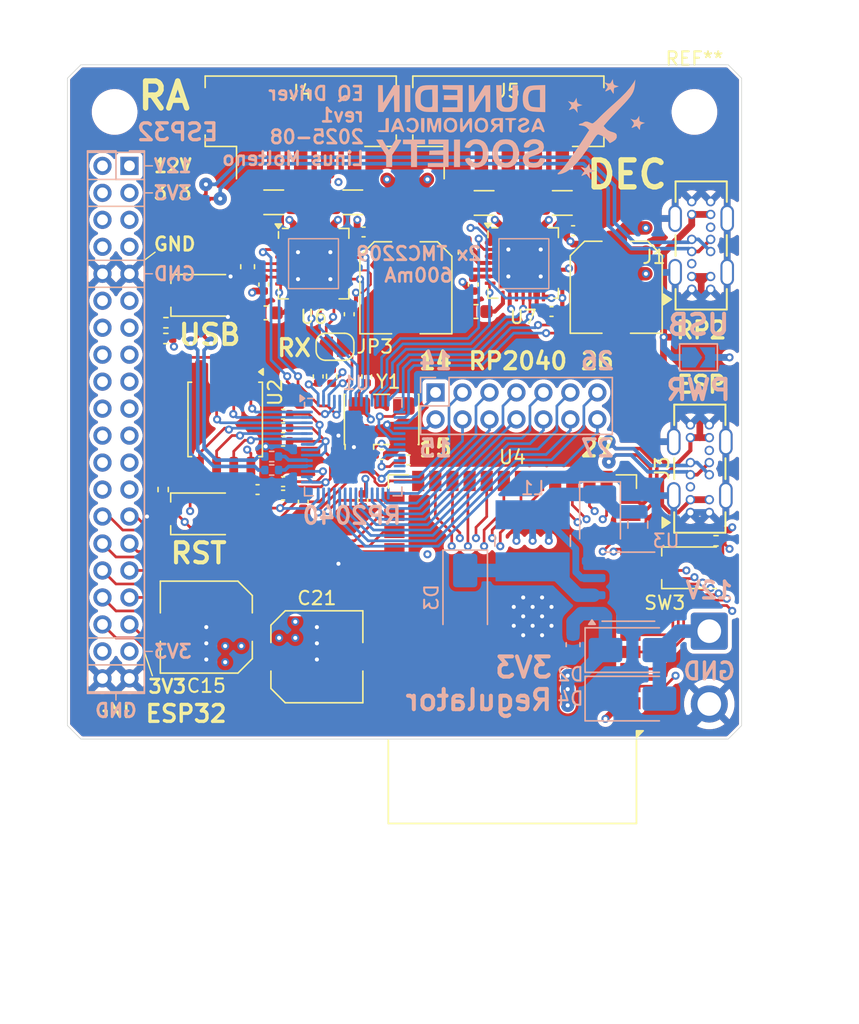
<source format=kicad_pcb>
(kicad_pcb (version 20241229) (generator "pcbnew") (generator_version "9.0")
  (layers (0 "F.Cu" signal) (4 "In1.Cu" signal "3v3.Cu") (6 "In2.Cu" signal "12v.Cu") (2 "B.Cu" signal) (13 "F.Paste" user) (15 "B.Paste" user) (5 "F.SilkS" user "F.Silkscreen") (7 "B.SilkS" user "B.Silkscreen") (1 "F.Mask" user) (3 "B.Mask" user) (25 "Edge.Cuts" user))
  (net 0 "")
  (net 1 "+3V3")
  (net 2 "GND")
  (net 3 "+1V1")
  (net 4 "+12V")
  (net 5 "Net-(U6-VCP)")
  (net 6 "Net-(U6-5VOUT)")
  (net 7 "Net-(U6-CPO)")
  (net 8 "Net-(U6-CPI)")
  (net 9 "Net-(U7-VCP)")
  (net 10 "Net-(U7-5VOUT)")
  (net 11 "Net-(U7-CPI)")
  (net 12 "Net-(U7-CPO)")
  (net 13 "Net-(D2-A)")
  (net 14 "Net-(D3-K)")
  (net 15 "/USB_D+")
  (net 17 "/USB_D-")
  (net 19 "/VBUS")
  (net 21 "/ESP_USB_D+")
  (net 22 "/ESP_USB_D-")
  (net 24 "Net-(J4-Pin_3)")
  (net 25 "Net-(J4-Pin_4)")
  (net 26 "Net-(J4-Pin_2)")
  (net 27 "Net-(J5-Pin_4)")
  (net 28 "Net-(J5-Pin_2)")
  (net 29 "Net-(J5-Pin_3)")
  (net 30 "/Motor Drivers/MOTOR.TXD")
  (net 31 "Net-(JP3-A)")
  (net 32 "/USB_DP")
  (net 33 "/USB_DN")
  (net 34 "/RUN")
  (net 35 "/Motor Drivers/MOTOR.RXD")
  (net 36 "/QSPI_SS")
  (net 37 "Net-(SW2-A)")
  (net 38 "Net-(U6-BRB)")
  (net 39 "Net-(U6-BRA)")
  (net 40 "Net-(U7-BRB)")
  (net 41 "Net-(U7-BRA)")
  (net 42 "/Motor Drivers/RA_INDEX")
  (net 43 "/Motor Drivers/DEC_DIAGNOSTIC")
  (net 44 "/Motor Drivers/RA_SPREAD")
  (net 45 "Net-(U1-QSPI_SD1)")
  (net 46 "Net-(U1-QSPI_SD2)")
  (net 47 "/Motor Drivers/DEC_SPREAD")
  (net 48 "/Motor Drivers/DEC_~{EN}")
  (net 49 "/RP_GPIO15")
  (net 50 "/RP_GPIO22")
  (net 51 "Net-(U1-QSPI_SD0)")
  (net 53 "Net-(U1-QSPI_SD3)")
  (net 54 "/Motor Drivers/RA_STEP")
  (net 55 "/Motor Drivers/RA_~{EN}")
  (net 56 "Net-(U1-QSPI_SCLK)")
  (net 57 "/XIN")
  (net 58 "/RP_GPIO16")
  (net 59 "/UART2_RX")
  (net 60 "/Motor Drivers/DEC_DIR")
  (net 61 "/RP_GPIO21")
  (net 62 "/Motor Drivers/DEC_STEP")
  (net 63 "/RP_GPIO14")
  (net 64 "/RP_GPIO20")
  (net 65 "/Motor Drivers/RA_DIAGNOSTIC")
  (net 66 "/RP_GPIO24")
  (net 67 "/RP_GPIO23")
  (net 68 "/Motor Drivers/RA_DIR")
  (net 69 "/RP_GPIO17")
  (net 70 "/RP_GPIO19")
  (net 71 "/RP_GPIO25")
  (net 72 "/Motor Drivers/DEC_INDEX")
  (net 73 "/UART2_TX")
  (net 74 "/RP_GPIO18")
  (net 75 "/RP_GPIO27")
  (net 76 "/RP_GPIO26")
  (net 77 "/ESP_GPIO5")
  (net 78 "/ESP_GPIO41")
  (net 79 "/ESP_GPIO3")
  (net 80 "/ESP_GPIO40")
  (net 81 "/ESP_GPIO36")
  (net 82 "/ESP_GPIO4")
  (net 83 "/ESP_GPIO17")
  (net 84 "/ESP_GPIO12")
  (net 85 "/ESP_GPIO13")
  (net 86 "/ESP_GPIO15")
  (net 87 "/ESP_GPIO2")
  (net 88 "/ESP_GPIO9")
  (net 89 "/ESP_GPIO38")
  (net 90 "/ESP_GPIO14")
  (net 91 "/ESP_GPIO21")
  (net 92 "/ESP_GPIO11")
  (net 93 "/ESP_GPIO10")
  (net 95 "/ESP_GPIO7")
  (net 96 "/ESP_GPIO8")
  (net 97 "/ESP_GPIO1")
  (net 98 "/ESP_GPIO48")
  (net 99 "/ESP_GPIO18")
  (net 100 "/ESP_GPIO35")
  (net 101 "/ESP_GPIO42")
  (net 102 "/ESP_GPIO47")
  (net 103 "/ESP_GPIO46")
  (net 104 "/ESP_GPIO16")
  (net 106 "/ESP_GPIO6")
  (net 107 "/ESP_GPIO37")
  (net 108 "/ESP_GPIO39")
  (net 116 "Net-(J4-Pin_5)")
  (net 117 "Net-(J5-Pin_5)")
  (net 118 "/ESP_RUN")
  (footprint "Capacitor_SMD:C_0402_1005Metric" (layer "F.Cu") (at 72.8 37 90)
    (property "Reference" "C34" (hide yes))
    (property "Value" "100n")
  )
  (footprint "Capacitor_SMD:C_0402_1005Metric" (layer "F.Cu") (at 63.6 39.2 90)
    (property "Reference" "C19" (hide yes))
    (property "Value" "100n")
  )
  (footprint "Resistor_SMD:R_1206_3216Metric" (layer "F.Cu") (at 58 30.9 180)
    (property "Reference" "R11" (hide yes))
    (property "Value" "390m")
  )
  (footprint "Capacitor_SMD:C_0402_1005Metric" (layer "F.Cu") (at 64.6 53 -90)
    (property "Reference" "C8" (hide yes))
    (property "Value" "100n")
  )
  (footprint "Capacitor_SMD:C_0402_1005Metric" (layer "F.Cu") (at 68 50)
    (property "Reference" "C10" (hide yes))
    (property "Value" "100n")
  )
  (footprint "Capacitor_SMD:C_0402_1005Metric" (layer "F.Cu") (at 78.6 39)
    (property "Reference" "C20" (hide yes))
    (property "Value" "100n")
  )
  (footprint "Jumper:SolderJumper-2_P1.3mm_Bridged_RoundedPad1.0x1.5mm" (layer "F.Cu") (at 62.545 41.6125)
    (property "Reference" "JP3")
    (property "Value" "BI-DIR")
  )
  (footprint "geocam_footprints:SW-SMD_L3.9-W3.0-P4.45" (layer "F.Cu") (at 52.384912 54)
    (property "Reference" "SW1" (hide yes))
    (property "Value" "MCU_RST")
  )
  (footprint "Resistor_SMD:R_1206_3216Metric" (layer "F.Cu") (at 63.8625 30.9)
    (property "Reference" "R12" (hide yes))
    (property "Value" "390m")
  )
  (footprint "geocam_footprints:USB-C-TH_SHOUHAN_TYPE-C-14PLC-H10.0" (layer "F.Cu") (at 89.600025 50.650064 90)
    (property "Reference" "J3")
    (property "Value" "ESP_USB")
  )
  (footprint "Capacitor_SMD:C_0603_1608Metric" (layer "F.Cu") (at 57.4375 39.1)
    (property "Reference" "C30" (hide yes))
    (property "Value" "2.2u")
  )
  (footprint "Capacitor_SMD:C_0402_1005Metric" (layer "F.Cu") (at 64.6625 33.1 180)
    (property "Reference" "C13" (hide yes))
    (property "Value" "100n")
  )
  (footprint "Capacitor_SMD:C_0402_1005Metric" (layer "F.Cu") (at 58.695 47.6125 180)
    (property "Reference" "C6" (hide yes))
    (property "Value" "100n")
  )
  (footprint "Capacitor_SMD:C_Elec_6.3x7.7" (layer "F.Cu") (at 53 62.4 180)
    (property "Reference" "C15")
    (property "Value" "220u")
  )
  (footprint "Capacitor_SMD:C_0603_1608Metric" (layer "F.Cu") (at 73 39)
    (property "Reference" "C35" (hide yes))
    (property "Value" "2.2u")
  )
  (footprint "Resistor_SMD:R_1206_3216Metric" (layer "F.Cu") (at 73.6 30.95 180)
    (property "Reference" "R13" (hide yes))
    (property "Value" "390m")
  )
  (footprint "Capacitor_SMD:C_0402_1005Metric" (layer "F.Cu") (at 60.19 53.11 -90)
    (property "Reference" "C4" (hide yes))
    (property "Value" "100n")
  )
  (footprint "Resistor_SMD:R_0402_1005Metric" (layer "F.Cu") (at 90.8 56 180)
    (property "Reference" "R5" (hide yes))
    (property "Value" "10k")
  )
  (footprint "geocam_footprints:SW-SMD_L3.9-W3.0-P4.45" (layer "F.Cu") (at 88.8 58)
    (property "Reference" "SW3")
    (property "Value" "ESP_RST")
  )
  (footprint "Connector_JST:JST_PH_B5B-PH-SM4-TB_1x05-1MP_P2.00mm_Vertical" (layer "F.Cu") (at 60 25.9)
    (property "Reference" "J4")
    (property "Value" "RA")
  )
  (footprint "RF_Module:ESP32-S3-WROOM-1" (layer "F.Cu") (at 75.7 64.06 180)
    (property "Reference" "U4")
    (property "Value" "ESP32-S3-WROOM-1")
  )
  (footprint "MountingHole:MountingHole_3mm" (layer "F.Cu") (at 46.2 24.2)
    (property "Reference" "REF**" (hide yes))
    (property "Value" "MountingHole_3mm")
  )
  (footprint "Capacitor_SMD:C_0402_1005Metric" (layer "F.Cu") (at 66 49.6)
    (property "Reference" "C3" (hide yes))
    (property "Value" "100n")
  )
  (footprint "MountingHole:MountingHole_3mm" (layer "F.Cu") (at 89.2 24.2)
    (property "Reference" "REF**")
    (property "Value" "MountingHole_3mm")
  )
  (footprint "Capacitor_SMD:C_0402_1005Metric" (layer "F.Cu") (at 58.695 46.6125 180)
    (property "Reference" "C11" (hide yes))
    (property "Value" "100n")
  )
  (footprint "geocam_footprints:SW-SMD_L3.9-W3.0-P4.45" (layer "F.Cu") (at 52.4 37.8)
    (property "Reference" "SW2" (hide yes))
    (property "Value" "BOOTSEL")
  )
  (footprint "Capacitor_SMD:C_Elec_6.3x7.7" (layer "F.Cu") (at 61.2 64.6)
    (property "Reference" "C21")
    (property "Value" "220u")
  )
  (footprint "Capacitor_SMD:C_0402_1005Metric" (layer "F.Cu") (at 58.695 48.6125 180)
    (property "Reference" "C2" (hide yes))
    (property "Value" "100n")
  )
  (footprint "Crystal:Crystal_SMD_5032-4Pin_5.0x3.2mm" (layer "F.Cu") (at 66 47)
    (property "Reference" "Y1")
    (property "Value" "ASCO")
  )
  (footprint "Capacitor_SMD:C_0603_1608Metric" (layer "F.Cu") (at 72.2 34.6 -90)
    (property "Reference" "C36" (hide yes))
    (property "Value" "22nF")
  )
  (footprint "Capacitor_SMD:C_0402_1005Metric" (layer "F.Cu") (at 56.8 52.2)
    (property "Reference" "C12" (hide yes))
    (property "Value" "100n")
  )
  (footprint "Package_DFN_QFN:VQFN-28-1EP_5x5mm_P0.5mm_EP3.7x3.7mm" (layer "F.Cu") (at 76.5 35.4)
    (property "Reference" "U7")
    (property "Value" "TMC2209-LA")
  )
  (footprint "Capacitor_SMD:C_0402_1005Metric" (layer "F.Cu") (at 57.2625 37 90)
    (property "Reference" "C29" (hide yes))
    (property "Value" "100n")
  )
  (footprint "Resistor_SMD:R_0402_1005Metric" (layer "F.Cu") (at 62.295 43.8125 -90)
    (property "Reference" "R4" (hide yes))
    (property "Value" "1k")
  )
  (footprint "Capacitor_SMD:C_Elec_6.3x7.7" (layer "F.Cu") (at 67.8 37.2375 -90)
    (property "Reference" "C33" (hide yes))
    (property "Value" "220u")
  )
  (footprint "Capacitor_SMD:C_0402_1005Metric" (layer "F.Cu") (at 58.695 52.6125 180)
    (property "Reference" "C1" (hide yes))
    (property "Value" "1u")
  )
  (footprint "Resistor_SMD:R_0402_1005Metric" (layer "F.Cu") (at 49.8 52.2 90)
    (property "Reference" "R3" (hide yes))
    (property "Value" "10k")
  )
  (footprint "Resistor_SMD:R_0402_1005Metric" (layer "F.Cu") (at 50 41)
    (property "Reference" "R6" (hide yes))
    (property "Value" "DNF")
  )
  (footprint "Connector_JST:JST_PH_B5B-PH-SM4-TB_1x05-1MP_P2.00mm_Vertical" (layer "F.Cu") (at 75.4 25.9)
    (property "Reference" "J5")
    (property "Value" "DEC")
  )
  (footprint "Resistor_SMD:R_0402_1005Metric" (layer "F.Cu") (at 50.00491 39.828597 180)
    (property "Reference" "R7" (hide yes))
    (property "Value" "1k")
  )
  (footprint "geocam_footprints:USB-C-TH_SHOUHAN_TYPE-C-14PLC-H10.0" (layer "F.Cu") (at 89.7 34.1 90)
    (property "Reference" "J1")
    (property "Value" "MCU_USB")
  )
  (footprint "Capacitor_SMD:C_0402_1005Metric" (layer "F.Cu") (at 61.295 43.8125 90)
    (property "Reference" "C7" (hide yes))
    (property "Value" "100n")
  )
  (footprint "Capacitor_SMD:C_Elec_6.3x7.7" (layer "F.Cu") (at 83.4 37.2 -90)
    (property "Reference" "C14" (hide yes))
    (property "Value" "220u")
  )
  (footprint "Capacitor_SMD:C_0402_1005Metric" (layer "F.Cu") (at 58.695 51.6125 180)
    (property "Reference" "C9" (hide yes))
    (property "Value" "1u")
  )
  (footprint "Package_DFN_QFN:VQFN-28-1EP_5x5mm_P0.5mm_EP3.7x3.7mm" (layer "F.Cu") (at 60.9625 35.45)
    (property "Reference" "U6")
    (property "Value" "TMC2209-LA")
  )
  (footprint "Capacitor_SMD:C_0402_1005Metric" (layer "F.Cu") (at 64.895 43.8125 90)
    (property "Reference" "C5" (hide yes))
    (property "Value" "100n")
  )
  (footprint "Capacitor_SMD:C_0402_1005Metric" (layer "F.Cu") (at 80.2 33 180)
    (property "Reference" "C32" (hide yes))
    (property "Value" "100n")
  )
  (footprint "Package_SO:SOIC-8_5.3x5.3mm_P1.27mm" (layer "F.Cu") (at 54.4 47 -90)
    (property "Reference" "U2")
    (property "Value" "W25Q128JVS")
  )
  (footprint "Capacitor_SMD:C_0603_1608Metric" (layer "F.Cu") (at 56.0625 35.675 -90)
    (property "Reference" "C31" (hide yes))
    (property "Value" "22nF")
  )
  (footprint "Resistor_SMD:R_1206_3216Metric" (layer "F.Cu") (at 79.4 30.95)
    (property "Reference" "R14" (hide yes))
    (property "Value" "390m")
  )
  (footprint "Package_DFN_QFN:QFN-56-1EP_7x7mm_P0.4mm_EP3.2x3.2mm" (layer "B.Cu") (at 63.895 49.05 -90)
    (property "Reference" "U1")
    (property "Value" "RP2040")
  )
  (footprint "Capacitor_SMD:C_0805_2012Metric" (layer "B.Cu") (at 85 54.8 -90)
    (property "Reference" "C18" (hide yes))
    (property "Value" "10u")
  )
  (footprint "Capacitor_SMD:C_0603_1608Metric" (layer "B.Cu") (at 80.2 63.7 -90)
    (property "Reference" "C16" (hide yes))
    (property "Value" "1u")
  )
  (footprint "Connector_PinHeader_2.00mm:PinHeader_2x20_P2.00mm_Vertical" (layer "B.Cu") (at 47.3 28.2 180)
    (property "Reference" "J7" (hide yes))
    (property "Value" "ESP_GPIO")
  )
  (footprint "Inductor_SMD:L_Wuerth_WE-PD2-Typ-MS" (layer "B.Cu") (at 77.2 56 90)
    (property "Reference" "L1")
    (property "Value" "68u")
  )
  (footprint "Diode_SMD:D_SMA" (layer "B.Cu") (at 72.2 60.2 -90)
    (property "Reference" "D3")
    (property "Value" "SS34")
  )
  (footprint "Capacitor_Tantalum_SMD:CP_EIA-3528-21_Kemet-B" (layer "B.Cu") (at 82.2 54.1 -90)
    (property "Reference" "C17" (hide yes))
    (property "Value" "220u")
  )
  (footprint "Diode_SMD:D_SMA" (layer "B.Cu") (at 84.6 67.7)
    (property "Reference" "D4")
    (property "Value" "SMAJ36CA")
  )
  (footprint "Resistor_SMD:R_0402_1005Metric" (layer "B.Cu") (at 57.85 50.75 180)
    (property "Reference" "R2" (hide yes))
    (property "Value" "27")
  )
  (footprint "Resistor_SMD:R_0402_1005Metric" (layer "B.Cu") (at 57.85 49.75 180)
    (property "Reference" "R1" (hide yes))
    (property "Value" "27")
  )
  (footprint "Connector_Wire:SolderWire-1sqmm_1x02_P5.4mm_D1.4mm_OD2.7mm" (layer "B.Cu") (at 90.3 62.7 -90)
    (property "Reference" "J2" (hide yes))
    (property "Value" "PWR_IN")
  )
  (footprint "LOGO" (layer "B.Cu") (at 75.6 25.45 180)
    (property "Reference" "G***" (hide yes))
    (property "Value" "LOGO" (hide yes))
  )
  (footprint "Jumper:SolderJumper-2_P1.3mm_Open_TrianglePad1.0x1.5mm" (layer "B.Cu") (at 89.5 42.4)
    (property "Reference" "JP1" (hide yes))
    (property "Value" "USB_PWR")
  )
  (footprint "Package_SO:SO-8_3.9x4.9mm_P1.27mm" (layer "B.Cu") (at 84.3 59.4)
    (property "Reference" "U3")
    (property "Value" "XL1509-3.3")
  )
  (footprint "Diode_SMD:D_SMA" (layer "B.Cu") (at 84.6 64.1)
    (property "Reference" "D2")
    (property "Value" "SS54")
  )
  (footprint "Connector_PinHeader_2.00mm:PinHeader_2x07_P2.00mm_Vertical" (layer "B.Cu") (at 70 45 -90)
    (property "Reference" "J6" (hide yes))
    (property "Value" "RP2040 GPIOs")
  )
  (gr_rect (start 44.2 27.2) (end 48.4 29.2) (stroke (width 0.1)) (fill no) (layer "F.SilkS"))
  (gr_line (start 48.4 28.2) (end 49 28.2) (stroke (width 0.1)) (layer "F.SilkS"))
  (gr_line (start 48.4 30.2) (end 49 30.2) (stroke (width 0.1)) (layer "F.SilkS"))
  (gr_rect (start 44.2 63.2) (end 48.4 65.2) (stroke (width 0.1)) (fill no) (layer "F.SilkS"))
  (gr_rect (start 44.2 65.2) (end 48.4 67.2) (stroke (width 0.1)) (fill no) (layer "F.SilkS"))
  (gr_rect (start 44.2 35.2) (end 48.4 37.2) (stroke (width 0.1)) (fill no) (layer "F.SilkS"))
  (gr_line (start 48.4 64.2) (end 49 66) (stroke (width 0.1)) (layer "F.SilkS"))
  (gr_line (start 48.4 35.2) (end 49.2 34.6) (stroke (width 0.1)) (layer "F.SilkS"))
  (gr_rect (start 44.2 29.2) (end 48.4 31.2) (stroke (width 0.1)) (fill no) (layer "F.SilkS"))
  (gr_line (start 46.3 67.2) (end 46.3 67.8) (stroke (width 0.1)) (layer "F.SilkS"))
  (gr_rect (start 44.2 35.2) (end 48.4 37.2) (stroke (width 0.1)) (fill no) (layer "B.SilkS"))
  (gr_rect (start 44.2 65.2) (end 48.4 67.2) (stroke (width 0.1)) (fill no) (layer "B.SilkS"))
  (gr_line (start 46.3 67.2) (end 46.3 67.8) (stroke (width 0.1)) (layer "B.SilkS"))
  (gr_rect (start 74.7 33.6) (end 78.4 37.3) (stroke (width 0.1)) (fill no) (layer "B.SilkS"))
  (gr_rect (start 44.2 27.2) (end 48.4 29.2) (stroke (width 0.1)) (fill no) (layer "B.SilkS"))
  (gr_rect (start 44.2 63.2) (end 48.4 65.2) (stroke (width 0.1)) (fill no) (layer "B.SilkS"))
  (gr_rect (start 44.2 29.2) (end 48.4 31.2) (stroke (width 0.1)) (fill no) (layer "B.SilkS"))
  (gr_line (start 49 36.2) (end 48.4 36.2) (stroke (width 0.1)) (layer "B.SilkS"))
  (gr_line (start 48.4 64.2) (end 49 64.2) (stroke (width 0.1)) (layer "B.SilkS"))
  (gr_rect (start 59.1 33.6) (end 62.8 37.3) (stroke (width 0.1)) (fill no) (layer "B.SilkS"))
  (gr_line (start 49 30.2) (end 48.4 30.2) (stroke (width 0.1)) (layer "B.SilkS"))
  (gr_line (start 49 28.2) (end 48.4 28.2) (stroke (width 0.1)) (layer "B.SilkS"))
  (gr_line (start 43.7 70.7) (end 42.7 69.7) (stroke (width 0.05)) (layer "Edge.Cuts"))
  (gr_line (start 42.7 21.7) (end 42.7 69.7) (stroke (width 0.05)) (layer "Edge.Cuts"))
  (gr_line (start 43.7 20.7) (end 91.7 20.7) (stroke (width 0.05)) (layer "Edge.Cuts"))
  (gr_line (start 91.7 70.7) (end 92.7 69.7) (stroke (width 0.05)) (layer "Edge.Cuts"))
  (gr_line (start 92.7 21.7) (end 92.7 69.7) (stroke (width 0.05)) (layer "Edge.Cuts"))
  (gr_line (start 43.7 70.7) (end 91.7 70.7) (stroke (width 0.05)) (layer "Edge.Cuts"))
  (gr_line (start 91.7 20.7) (end 92.7 21.7) (stroke (width 0.05)) (layer "Edge.Cuts"))
  (gr_line (start 43.7 20.7) (end 42.7 21.7) (stroke (width 0.05)) (layer "Edge.Cuts"))
  (gr_text "RP2040" (at 76.1 43.4 0) (layer "F.SilkS") (effects (font (size 1.25 1.25) (thickness 0.25) (bold yes)) (justify bottom)))
  (gr_text "RA" (at 52 23 0) (layer "F.SilkS") (effects (font (size 2 2) (thickness 0.4) (bold yes)) (justify right)))
  (gr_text "RST" (at 50.2 57.8 0) (layer "F.SilkS") (effects (font (size 1.5 1.5) (thickness 0.3) (bold yes)) (justify left bottom)))
  (gr_text "15" (at 70 48.4 0) (layer "F.SilkS") (effects (font (size 1.25 1.25) (thickness 0.25) (bold yes)) (justify top)))
  (gr_text "ESP32" (at 51.5 69.55 0) (layer "F.SilkS") (effects (font (size 1.25 1.25) (thickness 0.25) (bold yes)) (justify bottom)))
  (gr_text "3V3\n" (at 48.6 66.8 0) (layer "F.SilkS") (effects (font (size 1 1) (thickness 0.2) (bold yes)) (justify left)))
  (gr_text "3V3\n" (at 49 30.2 0) (layer "F.SilkS") (effects (font (size 1 1) (thickness 0.2) (bold yes)) (justify left)))
  (gr_text "14" (at 70 43.4 0) (layer "F.SilkS") (effects (font (size 1.25 1.25) (thickness 0.25) (bold yes)) (justify bottom)))
  (gr_text "26" (at 82 43.4 0) (layer "F.SilkS") (effects (font (size 1.25 1.25) (thickness 0.25) (bold yes)) (justify bottom)))
  (gr_text "GND" (at 46.3 68 0) (layer "F.SilkS") (effects (font (size 1 1) (thickness 0.2) (bold yes)) (justify top)))
  (gr_text "27" (at 82 48.4 0) (layer "F.SilkS") (effects (font (size 1.25 1.25) (thickness 0.25) (bold yes)) (justify top)))
  (gr_text "RP2\n\nESP" (at 89.7 42.4 0) (layer "F.SilkS") (effects (font (size 1.25 1.25) (thickness 0.25) (bold yes))))
  (gr_text "GND" (at 49 34 0) (layer "F.SilkS") (effects (font (size 1 1) (thickness 0.2) (bold yes)) (justify left)))
  (gr_text "12V" (at 49 28.2 0) (layer "F.SilkS") (effects (font (size 1 1) (thickness 0.2) (bold yes)) (justify left)))
  (gr_text "USB" (at 50.8 41.6 0) (layer "F.SilkS") (effects (font (size 1.5 1.5) (thickness 0.3) (bold yes)) (justify left bottom)))
  (gr_text "DEC" (at 81.025 28.85 0) (layer "F.SilkS") (effects (font (size 2 2) (thickness 0.4) (bold yes)) (justify left)))
  (gr_text "RX" (at 60.9 41.7 0) (layer "F.SilkS") (effects (font (size 1.25 1.25) (thickness 0.25) (bold yes)) (justify right)))
  (gr_text "RP2040" (at 63.8 53.4 0) (layer "B.SilkS") (effects (font (size 1.25 1.25) (thickness 0.25) (bold yes)) (justify top mirror)))
  (gr_text "3V3\n" (at 49 64.2 0) (layer "B.SilkS") (effects (font (size 1 1) (thickness 0.2) (bold yes)) (justify right mirror)))
  (gr_text "EQ Driver\nrev1\n2025-08\nLinus Molteno" (at 64.8 25.25 0) (layer "B.SilkS") (effects (font (size 1 1) (thickness 0.2) (bold yes)) (justify left mirror)))
  (gr_text "ESP32" (at 50.875 26.425 -0) (layer "B.SilkS") (effects (font (size 1.25 1.25) (thickness 0.25) (bold yes)) (justify bottom mirror)))
  (gr_text "15" (at 70 48.4 -0) (layer "B.SilkS") (effects (font (size 1.25 1.25) (thickness 0.25) (bold yes)) (justify top mirror)))
  (gr_text "GND" (at 49 36.2 0) (layer "B.SilkS") (effects (font (size 1 1) (thickness 0.2) (bold yes)) (justify right mirror)))
  (gr_text "26" (at 82 43.4 -0) (layer "B.SilkS") (effects (font (size 1.25 1.25) (thickness 0.25) (bold yes)) (justify bottom mirror)))
  (gr_text "12V" (at 49 28.2 -0) (layer "B.SilkS") (effects (font (size 1 1) (thickness 0.2) (bold yes)) (justify right mirror)))
  (gr_text "3V3\n" (at 49 30.2 -0) (layer "B.SilkS") (effects (font (size 1 1) (thickness 0.2) (bold yes)) (justify right mirror)))
  (gr_text "2x TMC2209\n600mA" (at 68.75 36.9 0) (layer "B.SilkS") (effects (font (size 1 1) (thickness 0.2) (bold yes)) (justify bottom mirror)))
  (gr_text "GND" (at 90.3 66.4 0) (layer "B.SilkS") (effects (font (size 1.25 1.25) (thickness 0.25) (bold yes)) (justify bottom mirror)))
  (gr_text "12V" (at 90.3 60.4 0) (layer "B.SilkS") (effects (font (size 1.25 1.25) (thickness 0.25) (bold yes)) (justify bottom mirror)))
  (gr_text "USB\n\nPWR" (at 89.5 42.4 0) (layer "B.SilkS") (effects (font (size 1.5 1.5) (thickness 0.3) (bold yes)) (justify mirror)))
  (gr_text "14" (at 70 43.4 -0) (layer "B.SilkS") (effects (font (size 1.25 1.25) (thickness 0.25) (bold yes)) (justify bottom mirror)))
  (gr_text "3V3\nRegulator" (at 78.8 66.6 0) (layer "B.SilkS") (effects (font (size 1.5 1.5) (thickness 0.3) (bold yes)) (justify left mirror)))
  (gr_text "GND" (at 46.3 68 -0) (layer "B.SilkS") (effects (font (size 1 1) (thickness 0.2) (bold yes)) (justify top mirror)))
  (gr_text "27" (at 82 48.4 -0) (layer "B.SilkS") (effects (font (size 1.25 1.25) (thickness 0.25) (bold yes)) (justify top mirror)))
  (segment (start 61.847214 48.623607) (end 60.836107 47.6125) (width 0.2) (layer "F.Cu") (net 1))
  (segment (start 63.2 37.1625) (end 63.4125 36.95) (width 0.3) (layer "F.Cu") (net 1))
  (segment (start 90.29 55.91) (end 90.29 56) (width 0.5) (layer "F.Cu") (net 1))
  (segment (start 64.1 38.22) (end 63.6 38.72) (width 0.3) (layer "F.Cu") (net 1))
  (segment (start 61.845848 51.661259) (end 61.507107 52) (width 0.2) (layer "F.Cu") (net 1))
  (segment (start 59.7875 52) (end 59.175 52.6125) (width 0.2) (layer "F.Cu") (net 1))
  (segment (start 79.4 38.68) (end 79.4 37.35) (width 0.3) (layer "F.Cu") (net 1))
  (segment (start 65.2 37) (end 64.6 37.6) (width 0.15) (layer "F.Cu") (net 1))
  (segment (start 61.847214 48.623607) (end 59.186107 48.623607) (width 0.2) (layer "F.Cu") (net 1))
  (segment (start 57.695 53.575) (end 58.475 53.575) (width 0.2) (layer "F.Cu") (net 1))
  (segment (start 78.95 35.9) (end 79.8 35.9) (width 0.3) (layer "F.Cu") (net 1))
  (segment (start 56.305 50.5875) (end 56.305 49.515) (width 0.2) (layer "F.Cu") (net 1))
  (segment (start 61.507107 52) (end 59.7875 52) (width 0.2) (layer "F.Cu") (net 1))
  (segment (start 64.35 46.16) (end 64.35 44.8375) (width 0.2) (layer "F.Cu") (net 1))
  (segment (start 79.08 39) (end 79.4 38.68) (width 0.3) (layer "F.Cu") (net 1))
  (segment (start 61.938741 51.661259) (end 61.845848 51.661259) (width 0.2) (layer "F.Cu") (net 1))
  (segment (start 59.175 52.6125) (end 60.1725 52.6125) (width 0.2) (layer "F.Cu") (net 1))
  (segment (start 64.8 51.4) (end 64.8 52.4375) (width 0.2) (layer "F.Cu") (net 1))
  (segment (start 65 46.8) (end 64.99 46.8) (width 0.2) (layer "F.Cu") (net 1))
  (segment (start 61.847214 49.447214) (end 62.2 49.8) (width 0.2) (layer "F.Cu") (net 1))
  (segment (start 79.4 37.35) (end 78.95 36.9) (width 0.3) (layer "F.Cu") (net 1))
  (segment (start 65.2 47) (end 65 46.8) (width 0.2) (layer "F.Cu") (net 1))
  (segment (start 59 52.7875) (end 59.175 52.6125) (width 0.2) (layer "F.Cu") (net 1))
  (segment (start 59.186107 48.623607) (end 59.175 48.6125) (width 0.2) (layer "F.Cu") (net 1))
  (segment (start 61.847214 48.623607) (end 61.847214 49.447214) (width 0.2) (layer "F.Cu") (net 1))
  (segment (start 60.1725 52.6125) (end 60.19 52.63) (width 0.2) (layer "F.Cu") (net 1))
  (segment (start 58.475 53.575) (end 59 53.05) (width 0.2) (layer "F.Cu") (net 1))
  (segment (start 59 53.05) (end 59 52.7875) (width 0.2) (layer "F.Cu") (net 1))
  (segment (start 64.35 44.8375) (end 64.895 44.2925) (width 0.2) (layer "F.Cu") (net 1))
  (segment (start 60.836107 47.6125) (end 59.175 47.6125) (width 0.2) (layer "F.Cu") (net 1))
  (segment (start 83.75 68.05) (end 82.6 69.2) (width 0.5) (layer "F.Cu") (net 1))
  (segment (start 65.52 49.08) (end 65.8 48.8) (width 0.2) (layer "F.Cu") (net 1))
  (segment (start 65.52 49.6) (end 65.52 49.08) (width 0.2) (layer "F.Cu") (net 1))
  (segment (start 60.6 44.4) (end 61.1875 44.4) (width 0.2) (layer "F.Cu") (net 1))
  (segment (start 61.1875 44.4) (end 61.295 44.2925) (width 0.2) (layer "F.Cu") (net 1))
  (segment (start 91 55.2) (end 90.29 55.91) (width 0.5) (layer "F.Cu") (net 1))
  (segment (start 51.8 53.145) (end 50.345 51.69) (width 0.2) (layer "F.Cu") (net 1))
  (segment (start 64.1 37.6) (end 64.1 38.22) (width 0.3) (layer "F.Cu") (net 1))
  (segment (start 63.4125 35.95) (end 64.95 35.95) (width 0.15) (layer "F.Cu") (net 1))
  (segment (start 56.32 50.6025) (end 56.305 50.5875) (width 0.2) (layer "F.Cu") (net 1))
  (segment (start 75.5 38.7) (end 75.6 38.8) (width 0.3) (layer "F.Cu") (net 1))
  (segment (start 51.8 53.8) (end 51.8 53.145) (width 0.2) (layer "F.Cu") (net 1))
  (segment (start 64.7175 52.52) (end 64.6 52.52) (width 0.2) (layer "F.Cu") (net 1))
  (segment (start 56.305 49.515) (end 56.03 49.24) (width 0.2) (layer "F.Cu") (net 1))
  (segment (start 64.8 52.4375) (end 64.7175 52.52) (width 0.2) (layer "F.Cu") (net 1))
  (segment (start 62.2 49.8) (end 62.2 51.4) (width 0.2) (layer "F.Cu") (net 1))
  (segment (start 63.2 38.32) (end 63.2 37.1625) (width 0.3) (layer "F.Cu") (net 1))
  (segment (start 64.6 37.6) (end 64.1 37.6) (width 0.15) (layer "F.Cu") (net 1))
  (segment (start 64.95 35.95) (end 65.2 36.2) (width 0.15) (layer "F.Cu") (net 1))
  (segment (start 79.4 38.68) (end 79.4 38) (width 0.3) (layer "F.Cu") (net 1))
  (segment (start 62.2 51.4) (end 61.938741 51.661259) (width 0.2) (layer "F.Cu") (net 1))
  (segment (start 64.99 46.8) (end 64.35 46.16) (width 0.2) (layer "F.Cu") (net 1))
  (segment (start 65.2 36.2) (end 65.2 37) (width 0.15) (layer "F.Cu") (net 1))
  (segment (start 50.6 41.4) (end 50.51 41.31) (width 0.15) (layer "F.Cu") (net 1))
  (segment (start 75.5 37.85) (end 75.5 38.7) (width 0.3) (layer "F.Cu") (net 1))
  (segment (start 63.6 38.72) (end 63.2 38.32) (width 0.3) (layer "F.Cu") (net 1))
  (segment (start 50.345 51.69) (end 49.8 51.69) (width 0.2) (layer "F.Cu") (net 1))
  (segment (start 65.8 48.8) (end 66 48.8) (width 0.2) (layer "F.Cu") (net 1))
  (segment (start 79.8 35.9) (end 79.9 35.8) (width 0.3) (layer "F.Cu") (net 1))
  (segment (start 50.51 41.31) (end 50.51 41) (width 0.15) (layer "F.Cu") (net 1))
  (segment (start 50.6 41.6) (end 50.6 41.4) (width 0.15) (layer "F.Cu") (net 1))
  (segment (start 56.32 52.2) (end 57.695 53.575) (width 0.2) (layer "F.Cu") (net 1))
  (segment (start 84.45 68.05) (end 83.75 68.05) (width 0.5) (layer "F.Cu") (net 1))
  (segment (start 92 55) (end 91.8 55.2) (width 0.5) (layer "F.Cu") (net 1))
  (segment (start 56.32 52.2) (end 56.32 50.6025) (width 0.2) (layer "F.Cu") (net 1))
  (segment (start 91.8 55.2) (end 91 55.2) (width 0.5) (layer "F.Cu") (net 1))
  (via (at 65.2 47) (size 0.6) (drill 0.3) (layers "F.Cu" "B.Cu") (net 1))
  (via (at 61.847214 48.623607) (size 0.6) (drill 0.3) (layers "F.Cu" "B.Cu") (net 1))
  (via (at 69.4 57) (size 0.6) (drill 0.3) (layers "F.Cu" "B.Cu") (net 1))
  (via (at 58.475 53.575) (size 0.6) (drill 0.3) (layers "F.Cu" "B.Cu") (net 1))
  (via (at 60.6 44.4) (size 0.6) (drill 0.3) (layers "F.Cu" "B.Cu") (net 1))
  (via (at 77.2 56) (size 0.6) (drill 0.3) (layers "F.Cu" "B.Cu") (net 1))
  (via (at 56.03 49.24) (size 0.6) (drill 0.3) (layers "F.Cu" "B.Cu") (net 1))
  (via (at 64.1 37.6) (size 0.6) (drill 0.3) (layers "F.Cu" "B.Cu") (net 1))
  (via (at 66 48.8) (size 0.6) (drill 0.3) (layers "F.Cu" "B.Cu") (net 1))
  (via (at 78.4 56) (size 0.6) (drill 0.3) (layers "F.Cu" "B.Cu") (net 1))
  (via (at 82.6 69.2) (size 0.6) (drill 0.3) (layers "F.Cu" "B.Cu") (net 1))
  (via (at 79.9 35.8) (size 0.6) (drill 0.3) (layers "F.Cu" "B.Cu") (net 1))
  (via (at 75.6 38.8) (size 0.6) (drill 0.3) (layers "F.Cu" "B.Cu") (net 1))
  (via (at 92 55) (size 0.6) (drill 0.3) (layers "F.Cu" "B.Cu") (net 1))
  (via (at 79.4 38) (size 0.6) (drill 0.3) (layers "F.Cu" "B.Cu") (net 1))
  (via (at 50.6 41.6) (size 0.6) (drill 0.3) (layers "F.Cu" "B.Cu") (net 1))
  (via (at 76 56) (size 0.6) (drill 0.3) (layers "F.Cu" "B.Cu") (net 1))
  (via (at 64.8 51.4) (size 0.6) (drill 0.3) (layers "F.Cu" "B.Cu") (net 1))
  (via (at 61.845848 51.661259) (size 0.6) (drill 0.3) (layers "F.Cu" "B.Cu") (net 1))
  (via (at 51.8 53.8) (size 0.6) (drill 0.3) (layers "F.Cu" "B.Cu") (net 1))
  (segment (start 65.2 46.8) (end 64.895 46.495) (width 0.2) (layer "B.Cu") (net 1))
  (segment (start 58.5 53.6) (end 60.6 53.6) (width 0.2) (layer "B.Cu") (net 1))
  (segment (start 76.47 54.8) (end 76 55.27) (width 0.5) (layer "B.Cu") (net 1))
  (segment (start 64.8 51.4) (end 64.895 51.495) (width 0.2) (layer "B.Cu") (net 1))
  (segment (start 80.850001 58.765) (end 80.4 58.314999) (width 0.5) (layer "B.Cu") (net 1))
  (segment (start 82.2 52.56) (end 78.71 52.56) (width 1) (layer "B.Cu") (net 1))
  (segment (start 81.725 58.765) (end 80.850001 58.765) (width 0.5) (layer "B.Cu") (net 1))
  (segment (start 80.4 56.603) (end 77.867 54.07) (width 0.5) (layer "B.Cu") (net 1))
  (segment (start 66.45 49.25) (end 66 48.8) (width 0.2) (layer "B.Cu") (net 1))
  (segment (start 61.295 52.905) (end 61.295 52.4875) (width 0.2) (layer "B.Cu") (net 1))
  (segment (start 61.55 49.65) (end 60.4575 49.65) (width 0.2) (layer "B.Cu") (net 1))
  (segment (start 77.2 54.07) (end 77.2 54.8) (width 0.5) (layer "B.Cu") (net 1))
  (segment (start 61.847214 49.352786) (end 61.55 49.65) (width 0.2) (layer "B.Cu") (net 1))
  (segment (start 78.4 55.27) (end 78.4 56) (width 0.5) (layer "B.Cu") (net 1))
  (segment (start 67.3325 49.25) (end 66.45 49.25) (width 0.2) (layer "B.Cu") (net 1))
  (segment (start 77.2 54.07) (end 77.2 56) (width 0.5) (layer "B.Cu") (net 1))
  (segment (start 61.295 45.095) (end 60.6 44.4) (width 0.2) (layer "B.Cu") (net 1))
  (segment (start 61.295 45.6125) (end 61.295 45.095) (width 0.2) (layer "B.Cu") (net 1))
  (segment (start 64.895 51.495) (end 64.895 52.4875) (width 0.2) (layer "B.Cu") (net 1))
  (segment (start 77.867 54.07) (end 77.2 54.07) (width 0.5) (layer "B.Cu") (net 1))
  (segment (start 60.6 53.6) (end 61.295 52.905) (width 0.2) (layer "B.Cu") (net 1))
  (segment (start 78.71 52.56) (end 77.2 54.07) (width 1) (layer "B.Cu") (net 1))
  (segment (start 61.847214 48.623607) (end 61.847214 49.352786) (width 0.2) (layer "B.Cu") (net 1))
  (segment (start 60.868759 51.661259) (end 61.845848 51.661259) (width 0.2) (layer "B.Cu") (net 1))
  (segment (start 60.4575 49.25) (end 61.220821 49.25) (width 0.2) (layer "B.Cu") (net 1))
  (segment (start 77.2 54.8) (end 77.93 54.8) (width 0.5) (layer "B.Cu") (net 1))
  (segment (start 83.49 53.85) (end 82.2 52.56) (width 1) (layer "B.Cu") (net 1))
  (segment (start 60.4575 51.25) (end 60.868759 51.661259) (width 0.2) (layer "B.Cu") (net 1))
  (segment (start 85 53.85) (end 83.49 53.85) (width 1) (layer "B.Cu") (net 1))
  (segment (start 65.2 47) (end 65.2 46.8) (width 0.2) (layer "B.Cu") (net 1))
  (segment (start 80.4 58.314999) (end 80.4 56.603) (width 0.5) (layer "B.Cu") (net 1))
  (segment (start 77.93 54.8) (end 78.4 55.27) (width 0.5) (layer "B.Cu") (net 1))
  (segment (start 61.220821 49.25) (end 61.847214 48.623607) (width 0.2) (layer "B.Cu") (net 1))
  (segment (start 64.895 46.495) (end 64.895 45.6125) (width 0.2) (layer "B.Cu") (net 1))
  (segment (start 58.475 53.575) (end 58.5 53.6) (width 0.2) (layer "B.Cu") (net 1))
  (segment (start 77.2 54.8) (end 76.47 54.8) (width 0.5) (layer "B.Cu") (net 1))
  (segment (start 76 55.27) (end 76 56) (width 0.5) (layer "B.Cu") (net 1))
  (segment (start 67.65 48.91) (end 66.96 49.6) (width 0.2) (layer "F.Cu") (net 2))
  (segment (start 68.48 50) (end 68.48 48.83) (width 0.2) (layer "F.Cu") (net 2))
  (segment (start 74.05 34.9) (end 76 34.9) (width 0.5) (layer "F.Cu") (net 2))
  (segment (start 76.5 35.4) (end 76 34.9) (width 0.5) (layer "F.Cu") (net 2))
  (segment (start 58.215 48.6125) (end 57.7875 48.6125) (width 0.2) (layer "F.Cu") (net 2))
  (segment (start 58.329 55.451) (end 60.19 53.59) (width 0.5) (layer "F.Cu") (net 2))
  (segment (start 59.6 34.95) (end 60.4625 34.95) (width 0.5) (layer "F.Cu") (net 2))
  (segment (start 67.65 48) (end 67.65 48.91) (width 0.2) (layer "F.Cu") (net 2))
  (segment (start 64.35 48.65) (end 64.35 48) (width 0.2) (layer "F.Cu") (net 2))
  (segment (start 63.946446 49.053554) (end 64.35 48.65) (width 0.2) (layer "F.Cu") (net 2))
  (segment (start 67.599 48.051) (end 64.401 48.051) (width 0.5) (layer "F.Cu") (net 2))
  (segment (start 54.9 39.1) (end 54.6 39.4) (width 0.2) (layer "F.Cu") (net 2))
  (segment (start 48.6 54.2) (end 49.234002 54.834002) (width 0.5) (layer "F.Cu") (net 2))
  (segment (start 64.401 48.051) (end 64.35 48) (width 0.5) (layer "F.Cu") (net 2))
  (segment (start 62.8 48.2) (end 63.4 48.2) (width 0.2) (layer "F.Cu") (net 2))
  (segment (start 54.584912 37.8) (end 54.584912 36.615088) (width 0.2) (layer "F.Cu") (net 2))
  (segment (start 49.68881 55.451) (end 58.329 55.451) (width 0.5) (layer "F.Cu") (net 2))
  (segment (start 63.4 48.2) (end 63.6 48) (width 0.2) (layer "F.Cu") (net 2))
  (segment (start 77.5 36.4) (end 76.5 35.4) (width 0.5) (layer "F.Cu") (net 2))
  (segment (start 77.5 38.7) (end 77.5 37.85) (width 0.3) (layer "F.Cu") (net 2))
  (segment (start 49.234002 54.996192) (end 49.68881 55.451) (width 0.5) (layer "F.Cu") (net 2))
  (segment (start 77.5 37.85) (end 77.5 36.4) (width 0.5) (layer "F.Cu") (net 2))
  (segment (start 61.9625 36.45) (end 60.9625 35.45) (width 0.5) (layer "F.Cu") (net 2))
  (segment (start 63.6 48) (end 64.35 48) (width 0.2) (layer "F.Cu") (net 2))
  (segment (start 54.584912 36.615088) (end 54.8 36.4) (width 0.2) (layer "F.Cu") (net 2))
  (segment (start 66.96 49.6) (end 66.48 49.6) (width 0.2) (layer "F.Cu") (net 2))
  (segment (start 56.6625 39.1) (end 54.9 39.1) (width 0.2) (layer "F.Cu") (net 2))
  (segment (start 49.234002 54.834002) (end 49.234002 54.996192) (width 0.5) (layer "F.Cu") (net 2))
  (segment (start 61.9625 36.6) (end 61.9625 36.45) (width 0.5) (layer "F.Cu") (net 2))
  (segment (start 77.8 39) (end 77.5 38.7) (width 0.3) (layer "F.Cu") (net 2))
  (segment (start 57.7875 48.6125) (end 57.4 49) (width 0.2) (layer "F.Cu") (net 2))
  (segment (start 78.95 35.4) (end 76.5 35.4) (width 0.5) (layer "F.Cu") (net 2))
  (segment (start 68.48 48.83) (end 67.65 48) (width 0.2) (layer "F.Cu") (net 2))
  (segment (start 67.65 48) (end 67.599 48.051) (width 0.5) (layer "F.Cu") (net 2))
  (segment (start 58.5125 34.95) (end 59.6 34.95) (width 0.5) (layer "F.Cu") (net 2))
  (segment (start 78.12 39) (end 77.8 39) (width 0.3) (layer "F.Cu") (net 2))
  (segment (start 63.4125 35.45) (end 60.9625 35.45) (width 0.5) (layer "F.Cu") (net 2))
  (segment (start 61.9625 37.9) (end 61.9625 36.6) (width 0.5) (layer "F.Cu") (net 2))
  (via (at 53 64.8) (size 0.6) (drill 0.3) (layers "F.Cu" "B.Cu") (net 2))
  (via (at 77.8 34.4) (size 0.6) (drill 0.3) (layers "F.Cu" "B.Cu") (net 2))
  (via (at 54.8 36.4) (size 0.6) (drill 0.3) (layers "F.Cu" "B.Cu") (net 2))
  (via (at 59.8 36.6) (size 0.6) (drill 0.3) (layers "F.Cu" "B.Cu") (net 2))
  (via (at 57.4 49) (size 0.6) (drill 0.3) (layers "F.Cu" "B.Cu") (net 2))
  (via (at 77.8 36.4) (size 0.6) (drill 0.3) (layers "F.Cu" "B.Cu") (net 2))
  (via (at 53 62.4) (size 0.6) (drill 0.3) (layers "F.Cu" "B.Cu") (net 2))
  (via (at 63.946446 49.053554) (size 0.6) (drill 0.3) (layers "F.Cu" "B.Cu") (net 2))
  (via (at 53 63.6) (size 0.6) (drill 0.3) (layers "F.Cu" "B.Cu") (net 2))
  (via (at 75.4 34.4) (size 0.6) (drill 0.3) (layers "F.Cu" "B.Cu") (net 2))
  (via (at 62.2 36.6) (size 0.6) (drill 0.3) (layers "F.Cu" "B.Cu") (net 2))
  (via (at 66.4 47.4) (size 0.6) (drill 0.3) (layers "F.Cu" "B.Cu") (net 2))
  (via (at 48.6 54.2) (size 0.6) (drill 0.3) (layers "F.Cu" "B.Cu") (net 2))
  (via (at 62.8 57.7) (size 0.6) (drill 0.3) (layers "F.Cu" "B.Cu") (net 2))
  (via (at 75.4 36.4) (size 0.6) (drill 0.3) (layers "F.Cu" "B.Cu") (net 2))
  (via (at 62.8 48.2) (size 0.6) (drill 0.3) (layers "F.Cu" "B.Cu") (net 2))
  (via (at 54.6 39.4) (size 0.6) (drill 0.3) (layers "F.Cu" "B.Cu") (net 2))
  (via (at 59.8 34.6) (size 0.6) (drill 0.3) (layers "F.Cu" "B.Cu") (net 2))
  (via (at 61.2 64.8) (size 0.6) (drill 0.3) (layers "F.Cu" "B.Cu") (net 2))
  (via (at 61.2 62.4) (size 0.6) (drill 0.3) (layers "F.Cu" "B.Cu") (net 2))
  (via (at 62.2 34.6) (size 0.6) (drill 0.3) (layers "F.Cu" "B.Cu") (net 2))
  (via (at 61.2 63.6) (size 0.6) (drill 0.3) (layers "F.Cu" "B.Cu") (net 2))
  (segment (start 89 69.4) (end 90.3 68.1) (width 1) (layer "B.Cu") (net 2))
  (segment (start 66.4 47.6) (end 66.4 47.4) (width 0.2) (layer "B.Cu") (net 2))
  (segment (start 82.6 67.7) (end 83.1 67.7) (width 1) (layer "B.Cu") (net 2))
  (segment (start 88.9 53.900128) (end 90.30005 53.900128) (width 0.5) (layer "B.Cu") (net 2))
  (segment (start 83.1 67.7) (end 84.8 69.4) (width 1) (layer "B.Cu") (net 2))
  (segment (start 67.3325 48.05) (end 66.85 48.05) (width 0.2) (layer "B.Cu") (net 2))
  (segment (start 84.8 69.4) (end 89 69.4) (width 1) (layer "B.Cu") (net 2))
  (segment (start 66.85 48.05) (end 66.4 47.6) (width 0.2) (layer "B.Cu") (net 2))
  (segment (start 61.1875 51.6125) (end 59.175 51.6125) (width 0.2) (layer "F.Cu") (net 3))
  (segment (start 61.65 51.15) (end 61.1875 51.6125) (width 0.2) (layer "F.Cu") (net 3))
  (segment (start 66 50.5) (end 66.6 50.5) (width 0.2) (layer "F.Cu") (net 3))
  (segment (start 67.32 50.2) (end 67.52 50) (width 0.2) (layer "F.Cu") (net 3))
  (segment (start 66.9 50.2) (end 67.32 50.2) (width 0.2) (layer "F.Cu") (net 3))
  (segment (start 61.4 47.4) (end 60.6125 46.6125) (width 0.2) (layer "F.Cu") (net 3))
  (segment (start 61.65 50.85) (end 61.65 51.15) (width 0.2) (layer "F.Cu") (net 3))
  (segment (start 60.6125 46.6125) (end 59.175 46.6125) (width 0.2) (layer "F.Cu") (net 3))
  (segment (start 66.6 50.5) (end 66.9 50.2) (width 0.2) (layer "F.Cu") (net 3))
  (via (at 61.65 50.85) (size 0.6) (drill 0.3) (layers "F.Cu" "B.Cu") (net 3))
  (via (at 66 50.5) (size 0.6) (drill 0.3) (layers "F.Cu" "B.Cu") (net 3))
  (via (at 61.4 47.4) (size 0.6) (drill 0.3) (layers "F.Cu" "B.Cu") (net 3))
  (segment (start 66.2 50.5) (end 66 50.3) (width 0.2) (layer "B.Cu") (net 3))
  (segment (start 61.4 48.4) (end 61.4 47.4) (width 0.2) (layer "B.Cu") (net 3))
  (segment (start 66 50) (end 66.35 49.65) (width 0.2) (layer "B.Cu") (net 3))
  (segment (start 66.35 49.65) (end 67.3325 49.65) (width 0.2) (layer "B.Cu") (net 3))
  (segment (start 60.4575 48.85) (end 60.95 48.85) (width 0.2) (layer "B.Cu") (net 3))
  (segment (start 66 50.3) (end 66 50) (width 0.2) (layer "B.Cu") (net 3))
  (segment (start 61.65 50.85) (end 60.4575 50.85) (width 0.2) (layer "B.Cu") (net 3))
  (segment (start 66 50.5) (end 66.2 50.5) (width 0.2) (layer "B.Cu") (net 3))
  (segment (start 60.95 48.85) (end 61.4 48.4) (width 0.2) (layer "B.Cu") (net 3))
  (segment (start 59.4625 33) (end 59.4625 32.5) (width 0.5) (layer "F.Cu") (net 4))
  (segment (start 75 32.8) (end 74.4 32.2) (width 0.5) (layer "F.Cu") (net 4))
  (segment (start 67.8 34.7) (end 67.8 30.6) (width 1) (layer "F.Cu") (net 4))
  (segment (start 57.2625 37.48) (end 56.52 37.48) (width 0.5) (layer "F.Cu") (net 4))
  (segment (start 83.4 34.6625) (end 83.4 35.2) (width 1) (layer "F.Cu") (net 4))
  (segment (start 64.1825 32.2175) (end 64.2 32.2) (width 0.5) (layer "F.Cu") (net 4))
  (segment (start 67.8 34.7) (end 67.1 34) (width 0.5) (layer "F.Cu") (net 4))
  (segment (start 78 32.95) (end 78 32.608766) (width 0.5) (layer "F.Cu") (net 4))
  (segment (start 64.1825 33.41) (end 64.1825 33.1) (width 0.5) (layer "F.Cu") (net 4))
  (segment (start 56.52 37.48) (end 56.4 37.6) (width 0.5) (layer "F.Cu") (net 4))
  (segment (start 59.4625 32.5) (end 59.1625 32.2) (width 0.5) (layer "F.Cu") (net 4))
  (segment (start 78 32.608766) (end 78.401083 32.207683) (width 0.5) (layer "F.Cu") (net 4))
  (segment (start 85.5375 34.6625) (end 85.6 34.6) (width 1) (layer "F.Cu") (net 4))
  (segment (start 80.2 34) (end 80 33.8) (width 0.5) (layer "F.Cu") (net 4))
  (segment (start 79.72 33) (end 79.72 33.52) (width 0.5) (layer "F.Cu") (net 4))
  (segment (start 67.1 34) (end 64.7725 34) (width 0.5) (layer "F.Cu") (net 4))
  (segment (start 83.4 34.6625) (end 83.4 33.6) (width 1) (layer "F.Cu") (net 4))
  (segment (start 82.7375 34) (end 80.2 34) (width 0.5) (layer "F.Cu") (net 4))
  (segment (start 67.8 30.6) (end 66.4 29.2) (width 1) (layer "F.Cu") (net 4))
  (segment (start 84.2 32.8) (end 85.6 32.8) (width 1) (layer "F.Cu") (net 4))
  (segment (start 83.4 33.6) (end 84.2 32.8) (width 1) (layer "F.Cu") (net 4))
  (segment (start 67.8 30.8) (end 69.4 29.2) (width 1) (layer "F.Cu") (net 4))
  (segment (start 64.1825 33.1) (end 64.1825 32.2175) (width 0.5) (layer "F.Cu") (net 4))
  (segment (start 83.4 35.2) (end 84.4 36.2) (width 1) (layer "F.Cu") (net 4))
  (segment (start 83.4 34.6625) (end 85.5375 34.6625) (width 1) (layer "F.Cu") (net 4))
  (segment (start 64.7725 34) (end 64.1825 33.41) (width 0.5) (layer "F.Cu") (net 4))
  (segment (start 72.8 37.48) (end 72.68 37.48) (width 0.5) (layer "F.Cu") (net 4))
  (segment (start 84.4 36.2) (end 85.6 36.2) (width 1) (layer "F.Cu") (net 4))
  (segment (start 75 32.95) (end 75 32.8) (width 0.5) (layer "F.Cu") (net 4))
  (segment (start 67.8 34.7) (end 67.8 30.8) (width 1) (layer "F.Cu") (net 4))
  (segment (start 79.72 33.52) (end 80 33.8) (width 0.5) (layer "F.Cu") (net 4))
  (segment (start 62.4625 32.5) (end 62.7625 32.2) (width 0.5) (layer "F.Cu") (net 4))
  (segment (start 83.4 34.6625) (end 82.7375 34) (width 0.5) (layer "F.Cu") (net 4))
  (segment (start 62.4625 33) (end 62.4625 32.5) (width 0.5) (layer "F.Cu") (net 4))
  (segment (start 72.68 37.48) (end 72 36.8) (width 0.5) (layer "F.Cu") (net 4))
  (via (at 78.401083 32.207683) (size 0.6) (drill 0.3) (layers "F.Cu" "B.Cu") (net 4))
  (via (at 54.4 65) (size 0.6) (drill 0.3) (layers "F.Cu" "B.Cu") (net 4))
  (via (at 62.7625 32.2) (size 0.6) (drill 0.3) (layers "F.Cu" "B.Cu") (net 4))
  (via (at 79.8 66) (size 0.6) (drill 0.3) (layers "F.Cu" "B.Cu") (net 4))
  (via (at 80 33.8) (size 0.6) (drill 0.3) (layers "F.Cu" "B.Cu") (net 4))
  (via (at 79.8 67) (size 0.6) (drill 0.3) (layers "F.Cu" "B.Cu") (net 4))
  (via (at 72 36.8) (size 0.6) (drill 0.3) (layers "F.Cu" "B.Cu") (net 4))
  (via (at 56.4 37.6) (size 0.6) (drill 0.3) (layers "F.Cu" "B.Cu") (net 4))
  (via (at 69.4 29.2) (size 0.6) (drill 0.3) (layers "F.Cu" "B.Cu") (net 4))
  (via (at 64.2 32.2) (size 0.6) (drill 0.3) (layers "F.Cu" "B.Cu") (net 4))
  (via (at 66.4 29.2) (size 0.6) (drill 0.3) (layers "F.Cu" "B.Cu") (net 4))
  (via (at 59.1625 32.2) (size 0.6) (drill 0.3) (layers "F.Cu" "B.Cu") (net 4))
  (via (at 79.8 68.2) (size 0.6) (drill 0.3) (layers "F.Cu" "B.Cu") (net 4))
  (via (at 74.4 32.2) (size 0.6) (drill 0.3) (layers "F.Cu" "B.Cu") (net 4))
  (via (at 59.6 63.2) (size 0.6) (drill 0.3) (layers "F.Cu" "B.Cu") (net 4))
  (via (at 59.6 62) (size 0.6) (drill 0.3) (layers "F.Cu" "B.Cu") (net 4))
  (via (at 58.4 63.2) (size 0.6) (drill 0.3) (layers "F.Cu" "B.Cu") (net 4))
  (via (at 55.6 63.8) (size 0.6) (drill 0.3) (layers "F.Cu" "B.Cu") (net 4))
  (via (at 85.6 32.8) (size 0.6) (drill 0.3) (layers "F.Cu" "B.Cu") (net 4))
  (via (at 85.6 36.2) (size 0.6) (drill 0.3) (layers "F.Cu" "B.Cu") (net 4))
  (via (at 54.4 63.8) (size 0.6) (drill 0.3) (layers "F.Cu" "B.Cu") (net 4))
  (via (at 91.8 42.4) (size 0.6) (drill 0.3) (layers "F.Cu" "B.Cu") (net 4))
  (segment (start 79.8 66) (end 79.8 67) (width 1) (layer "B.Cu") (net 4))
  (segment (start 80.7 66) (end 79.8 66) (width 1) (layer "B.Cu") (net 4))
  (segment (start 79.8 67) (end 79.8 68.2) (width 1) (layer "B.Cu") (net 4))
  (segment (start 82.6 64.1) (end 80.7 66) (width 1) (layer "B.Cu") (net 4))
  (segment (start 82.4 61.4) (end 81.725 61.4) (width 1) (layer "B.Cu") (net 4))
  (segment (start 81.725 61.4) (end 80.8 61.4) (width 1) (layer "B.Cu") (net 4))
  (segment (start 80.8 61.4) (end 80.2 62) (width 1) (layer "B.Cu") (net 4))
  (segment (start 90.225 42.4) (end 91.8 42.4) (width 0.5) (layer "B.Cu") (net 4))
  (segment (start 82.6 64.1) (end 82.6 61.6) (width 1) (layer "B.Cu") (net 4))
  (segment (start 82.6 61.6) (end 82.4 61.4) (width 1) (layer "B.Cu") (net 4))
  (segment (start 80.2 62) (end 80.2 62.925) (width 1) (layer "B.Cu") (net 4))
  (segment (start 57.3325 36.45) (end 57.2625 36.52) (width 0.2) (layer "F.Cu") (net 5))
  (segment (start 58.5125 36.45) (end 57.3325 36.45) (width 0.2) (layer "F.Cu") (net 5))
  (segment (start 58.7 39.1) (end 59.4625 38.3375) (width 0.3) (layer "F.Cu") (net 6))
  (segment (start 59.4625 38.3375) (end 59.4625 37.9) (width 0.3) (layer "F.Cu") (net 6))
  (segment (start 58.2125 39.1) (end 58.7 39.1) (width 0.3) (layer "F.Cu") (net 6))
  (segment (start 56.6125 35.45) (end 56.0625 34.9) (width 0.2) (layer "F.Cu") (net 7))
  (segment (start 58.5125 35.45) (end 56.6125 35.45) (width 0.2) (layer "F.Cu") (net 7))
  (segment (start 56.5625 35.95) (end 56.0625 36.45) (width 0.2) (layer "F.Cu") (net 8))
  (segment (start 58.5125 35.95) (end 56.5625 35.95) (width 0.2) (layer "F.Cu") (net 8))
  (segment (start 74.05 36.4) (end 72.92 36.4) (width 0.3) (layer "F.Cu") (net 9))
  (segment (start 72.92 36.4) (end 72.8 36.52) (width 0.3) (layer "F.Cu") (net 9))
  (segment (start 74.4 39) (end 75 38.4) (width 0.3) (layer "F.Cu") (net 10))
  (segment (start 75 38.4) (end 75 37.85) (width 0.3) (layer "F.Cu") (net 10))
  (segment (start 73.775 39) (end 74.4 39) (width 0.3) (layer "F.Cu") (net 10))
  (segment (start 74.05 35.9) (end 72.725 35.9) (width 0.3) (layer "F.Cu") (net 11))
  (segment (start 72.725 35.9) (end 72.2 35.375) (width 0.3) (layer "F.Cu") (net 11))
  (segment (start 73 35.2) (end 73 34.625) (width 0.3) (layer "F.Cu") (net 12))
  (segment (start 74.05 35.4) (end 73.2 35.4) (width 0.3) (layer "F.Cu") (net 12))
  (segment (start 73.2 35.4) (end 73 35.2) (width 0.3) (layer "F.Cu") (net 12))
  (segment (start 73 34.625) (end 72.2 33.825) (width 0.3) (layer "F.Cu") (net 12))
  (segment (start 90.3 62.7) (end 88 62.7) (width 1) (layer "B.Cu") (net 13))
  (segment (start 88 62.7) (end 86.6 64.1) (width 1) (layer "B.Cu") (net 13))
  (segment (start 86.6 64.1) (end 86.6 67.7) (width 1) (layer "B.Cu") (net 13))
  (segment (start 78.465 57.93) (end 77.2 57.93) (width 1) (layer "B.Cu") (net 14))
  (segment (start 80.57 60.035) (end 78.465 57.93) (width 1) (layer "B.Cu") (net 14))
  (segment (start 76.93 58.2) (end 77.2 57.93) (width 1) (layer "B.Cu") (net 14))
  (segment (start 72.2 58.2) (end 76.93 58.2) (width 1) (layer "B.Cu") (net 14))
  (segment (start 81.725 60.035) (end 80.57 60.035) (width 1) (layer "B.Cu") (net 14))
  (segment (start 52.835458 31.09753) (end 53.302658 30.63033) (width 0.267716) (layer "F.Cu") (net 15))
  (segment (start 52.835458 40.835458) (end 52.835458 31.09753) (width 0.267716) (layer "F.Cu") (net 15))
  (segment (start 89.500101 34.549962) (end 90.400025 33.650038) (width 0.267716) (layer "F.Cu") (net 15))
  (segment (start 53.302658 30.63033) (end 54.03033 30.63033) (width 0.267716) (layer "F.Cu") (net 15))
  (segment (start 53.35 41.35) (end 52.835458 40.835458) (width 0.267716) (layer "F.Cu") (net 15))
  (segment (start 88.999975 34.549962) (end 89.500101 34.549962) (width 0.267716) (layer "F.Cu") (net 15))
  (via (at 53.35 41.35) (size 1) (drill 0.3) (layers "F.Cu" "B.Cu") (net 15))
  (via (at 54.03033 30.63033) (size 1) (drill 0.3) (layers "F.Cu" "B.Cu") (net 15))
  (segment (start 82.8 29.865976) (end 82.8 32.6) (width 0.267716) (layer "B.Cu") (net 15))
  (segment (start 84.535458 34.335458) (end 88.785471 34.335458) (width 0.267716) (layer "B.Cu") (net 15))
  (segment (start 52.835458 49.10247) (end 52.835458 41.864542) (width 0.267716) (layer "B.Cu") (net 15))
  (segment (start 56.859999 49.75) (end 56.595457 50.014542) (width 0.267716) (layer "B.Cu") (net 15))
  (segment (start 80.969482 28.035458) (end 82.8 29.865976) (width 0.267716) (layer "B.Cu") (net 15))
  (segment (start 88.785471 34.335458) (end 88.999975 34.549962) (width 0.267716) (layer "B.Cu") (net 15))
  (segment (start 57.34 49.75) (end 56.859999 49.75) (width 0.267716) (layer "B.Cu") (net 15))
  (segment (start 53.74753 50.014542) (end 52.835458 49.10247) (width 0.267716) (layer "B.Cu") (net 15))
  (segment (start 54.03033 29.902658) (end 55.89753 28.035458) (width 0.267716) (layer "B.Cu") (net 15))
  (segment (start 55.89753 28.035458) (end 80.969482 28.035458) (width 0.267716) (layer "B.Cu") (net 15))
  (segment (start 52.835458 41.864542) (end 53.35 41.35) (width 0.267716) (layer "B.Cu") (net 15))
  (segment (start 54.03033 30.63033) (end 54.03033 29.902658) (width 0.267716) (layer "B.Cu") (net 15))
  (segment (start 82.8 32.6) (end 84.535458 34.335458) (width 0.267716) (layer "B.Cu") (net 15))
  (segment (start 56.595457 50.014542) (end 53.74753 50.014542) (width 0.267716) (layer "B.Cu") (net 15))
  (segment (start 52.364542 40.835458) (end 52.364542 30.90247) (width 0.267716) (layer "F.Cu") (net 17))
  (segment (start 51.85 41.35) (end 52.364542 40.835458) (width 0.267716) (layer "F.Cu") (net 17))
  (segment (start 52.364542 30.90247) (end 52.96967 30.297342) (width 0.267716) (layer "F.Cu") (net 17))
  (segment (start 52.96967 30.297342) (end 52.96967 29.56967) (width 0.267716) (layer "F.Cu") (net 17))
  (via (at 51.85 41.35) (size 1) (drill 0.3) (layers "F.Cu" "B.Cu") (net 17))
  (via (at 52.96967 29.56967) (size 1) (drill 0.3) (layers "F.Cu" "B.Cu") (net 17))
  (segment (start 52.96967 29.56967) (end 53.697342 29.56967) (width 0.267716) (layer "B.Cu") (net 17))
  (segment (start 52.364542 41.864542) (end 51.85 41.35) (width 0.267716) (layer "B.Cu") (net 17))
  (segment (start 83.270916 29.670916) (end 83.270916 32.40494) (width 0.267716) (layer "B.Cu") (net 17))
  (segment (start 57.34 50.75) (end 56.859999 50.75) (width 0.267716) (layer "B.Cu") (net 17))
  (segment (start 81.164542 27.564542) (end 83.270916 29.670916) (width 0.267716) (layer "B.Cu") (net 17))
  (segment (start 55.70247 27.564542) (end 81.164542 27.564542) (width 0.267716) (layer "B.Cu") (net 17))
  (segment (start 88.999975 33.650038) (end 89.500101 33.650038) (width 0.267716) (layer "B.Cu") (net 17))
  (segment (start 56.595457 50.485458) (end 53.55247 50.485458) (width 0.267716) (layer "B.Cu") (net 17))
  (segment (start 53.697342 29.56967) (end 55.70247 27.564542) (width 0.267716) (layer "B.Cu") (net 17))
  (segment (start 89.500101 33.650038) (end 90.400025 34.549962) (width 0.267716) (layer "B.Cu") (net 17))
  (segment (start 88.785471 33.864542) (end 88.999975 33.650038) (width 0.267716) (layer "B.Cu") (net 17))
  (segment (start 52.364542 49.29753) (end 52.364542 41.864542) (width 0.267716) (layer "B.Cu") (net 17))
  (segment (start 53.55247 50.485458) (end 52.364542 49.29753) (width 0.267716) (layer "B.Cu") (net 17))
  (segment (start 83.270916 32.40494) (end 84.730518 33.864542) (width 0.267716) (layer "B.Cu") (net 17))
  (segment (start 56.859999 50.75) (end 56.595457 50.485458) (width 0.267716) (layer "B.Cu") (net 17))
  (segment (start 84.730518 33.864542) (end 88.785471 33.864542) (width 0.267716) (layer "B.Cu") (net 17))
  (segment (start 88.999975 36.400102) (end 90.400025 36.400102) (width 0.5) (layer "F.Cu") (net 19))
  (segment (start 89.300102 36.400102) (end 88.999975 36.400102) (width 0.5) (layer "F.Cu") (net 19))
  (segment (start 86.9 42.8) (end 89.6 45.5) (width 0.5) (layer "F.Cu") (net 19))
  (segment (start 88.9 49.3) (end 88.9 48.349962) (width 0.3) (layer "F.Cu") (net 19))
  (segment (start 86.919104 34.654623) (end 88.999975 32.573752) (width 0.5) (layer "F.Cu") (net 19))
  (segment (start 88.9 48.349962) (end 88.9 48.3) (width 0.3) (layer "F.Cu") (net 19))
  (segment (start 86.919104 40.9) (end 86.9 40.919104) (width 0.5) (layer "F.Cu") (net 19))
  (segment (start 89.6 45.5) (end 89.6 48.349962) (width 0.5) (layer "F.Cu") (net 19))
  (segment (start 88.999975 32.573752) (end 88.999975 31.799898) (width 0.5) (layer "F.Cu") (net 19))
  (segment (start 90.30005 52.950166) (end 88.9 52.950166) (width 0.5) (layer "F.Cu") (net 19))
  (segment (start 89.7 39.3) (end 89.7 36.8) (width 0.5) (layer "F.Cu") (net 19))
  (segment (start 90.099898 36.400102) (end 90.400025 36.400102) (width 0.5) (layer "F.Cu") (net 19))
  (segment (start 89.6 48.349962) (end 88.9 48.349962) (width 0.5) (layer "F.Cu") (net 19))
  (segment (start 86.9 40.919104) (end 86.9 42.8) (width 0.5) (layer "F.Cu") (net 19))
  (segment (start 90.30005 48.349962) (end 89.6 48.349962) (width 0.5) (layer "F.Cu") (net 19))
  (segment (start 88.9 52.982394) (end 87.981203 53.901191) (width 0.3) (layer "F.Cu") (net 19))
  (segment (start 86.919104 40.9) (end 86.919104 34.654623) (width 0.5) (layer "F.Cu") (net 19))
  (segment (start 89.7 36.8) (end 89.300102 36.400102) (width 0.5) (layer "F.Cu") (net 19))
  (segment (start 87.981203 53.901191) (end 87.359055 53.901191) (width 0.3) (layer "F.Cu") (net 19))
  (segment (start 86.8 51.4) (end 88.9 49.3) (width 0.3) (layer "F.Cu") (net 19))
  (segment (start 89.7 36.8) (end 90.099898 36.400102) (width 0.5) (layer "F.Cu") (net 19))
  (segment (start 86.8 53.342136) (end 86.8 51.4) (width 0.3) (layer "F.Cu") (net 19))
  (segment (start 86.919104 40.9) (end 88.1 40.9) (width 0.5) (layer "F.Cu") (net 19))
  (segment (start 87.359055 53.901191) (end 86.8 53.342136) (width 0.3) (layer "F.Cu") (net 19))
  (segment (start 88.999975 31.799898) (end 90.400025 31.799898) (width 0.5) (layer "F.Cu") (net 19))
  (segment (start 88.9 52.950166) (end 88.9 52.982394) (width 0.3) (layer "F.Cu") (net 19))
  (segment (start 88.1 40.9) (end 89.7 39.3) (width 0.5) (layer "F.Cu") (net 19))
  (via (at 86.919104 40.9) (size 0.6) (drill 0.3) (layers "F.Cu" "B.Cu") (net 19))
  (segment (start 86.919104 40.9) (end 86.919104 41.719104) (width 0.5) (layer "B.Cu") (net 19))
  (segment (start 87.6 42.4) (end 88.775 42.4) (width 0.5) (layer "B.Cu") (net 19))
  (segment (start 86.919104 41.719104) (end 87.6 42.4) (width 0.5) (layer "B.Cu") (net 19))
  (segment (start 84.969482 49.635458) (end 83.364542 49.635458) (width 0.267716) (layer "F.Cu") (net 21))
  (segment (start 85.934941 52.732071) (end 85.934941 50.600917) (width 0.267716) (layer "F.Cu") (net 21))
  (segment (start 85.45747 53.209542) (end 85.934941 52.732071) (width 0.267716) (layer "F.Cu") (net 21))
  (segment (start 84.45 52.81) (end 84.75 52.81) (width 0.267716) (layer "F.Cu") (net 21))
  (segment (start 89.400126 51.100026) (end 90.30005 50.200102) (width 0.267716) (layer "F.Cu") (net 21))
  (segment (start 85.934941 50.600917) (end 84.969482 49.635458) (width 0.267716) (layer "F.Cu") (net 21))
  (segment (start 88.9 51.100026) (end 89.400126 51.100026) (width 0.267716) (layer "F.Cu") (net 21))
  (segment (start 83.364542 49.635458) (end 82.85 50.15) (width 0.267716) (layer "F.Cu") (net 21))
  (segment (start 85.149542 53.209542) (end 85.45747 53.209542) (width 0.267716) (layer "F.Cu") (net 21))
  (segment (start 84.75 52.81) (end 85.149542 53.209542) (width 0.267716) (layer "F.Cu") (net 21))
  (via (at 82.85 50.15) (size 1) (drill 0.3) (layers "F.Cu" "B.Cu") (net 21))
  (segment (start 85.752534 50.885522) (end 88.685496 50.885522) (width 0.267716) (layer "B.Cu") (net 21))
  (segment (start 88.685496 50.885522) (end 88.9 51.100026) (width 0.267716) (layer "B.Cu") (net 21))
  (segment (start 84.50247 49.635458) (end 85.752534 50.885522) (width 0.267716) (layer "B.Cu") (net 21))
  (segment (start 82.85 50.15) (end 83.364542 49.635458) (width 0.267716) (layer "B.Cu") (net 21))
  (segment (start 83.364542 49.635458) (end 84.50247 49.635458) (width 0.267716) (layer "B.Cu") (net 21))
  (segment (start 84.75 54.08) (end 85.149542 53.680458) (width 0.267716) (layer "F.Cu") (net 22))
  (segment (start 83.364542 49.164542) (end 82.85 48.65) (width 0.267716) (layer "F.Cu") (net 22))
  (segment (start 86.405857 52.927131) (end 86.405857 50.405857) (width 0.267716) (layer "F.Cu") (net 22))
  (segment (start 86.405857 50.405857) (end 85.164542 49.164542) (width 0.267716) (layer "F.Cu") (net 22))
  (segment (start 84.45 54.08) (end 84.75 54.08) (width 0.267716) (layer "F.Cu") (net 22))
  (segment (start 85.149542 53.680458) (end 85.65253 53.680458) (width 0.267716) (layer "F.Cu") (net 22))
  (segment (start 85.65253 53.680458) (end 86.405857 52.927131) (width 0.267716) (layer "F.Cu") (net 22))
  (segment (start 85.164542 49.164542) (end 83.364542 49.164542) (width 0.267716) (layer "F.Cu") (net 22))
  (via (at 82.85 48.65) (size 1) (drill 0.3) (layers "F.Cu" "B.Cu") (net 22))
  (segment (start 84.69753 49.164542) (end 85.947594 50.414606) (width 0.267716) (layer "B.Cu") (net 22))
  (segment (start 85.947594 50.414606) (end 88.685496 50.414606) (width 0.267716) (layer "B.Cu") (net 22))
  (segment (start 88.9 50.200102) (end 89.400126 50.200102) (width 0.267716) (layer "B.Cu") (net 22))
  (segment (start 89.400126 50.200102) (end 90.30005 51.100026) (width 0.267716) (layer "B.Cu") (net 22))
  (segment (start 83.364542 49.164542) (end 84.69753 49.164542) (width 0.267716) (layer "B.Cu") (net 22))
  (segment (start 88.685496 50.414606) (end 88.9 50.200102) (width 0.267716) (layer "B.Cu") (net 22))
  (segment (start 82.85 48.65) (end 83.364542 49.164542) (width 0.267716) (layer "B.Cu") (net 22))
  (segment (start 60 29.2) (end 60 26.4) (width 0.5) (layer "F.Cu") (net 24))
  (segment (start 60.4625 29.6625) (end 60 29.2) (width 0.5) (layer "F.Cu") (net 24))
  (segment (start 60.4625 33) (end 60.4625 29.6625) (width 0.5) (layer "F.Cu") (net 24))
  (segment (start 62 29.4) (end 62 26.4) (width 0.5) (layer "F.Cu") (net 25))
  (segment (start 61.4625 33) (end 61.4625 29.9375) (width 0.5) (layer "F.Cu") (net 25))
  (segment (start 61.4625 29.9375) (end 62 29.4) (width 0.5) (layer "F.Cu") (net 25))
  (segment (start 58.5125 33.95) (end 58.5125 29.9125) (width 0.5) (layer "F.Cu") (net 26))
  (segment (start 58.5125 29.9125) (end 58 29.4) (width 0.5) (layer "F.Cu") (net 26))
  (segment (start 58 29.4) (end 58 26.4) (width 0.5) (layer "F.Cu") (net 26))
  (segment (start 77 32.95) (end 77 29.8) (width 0.5) (layer "F.Cu") (net 27))
  (segment (start 77 29.8) (end 77.4 29.4) (width 0.5) (layer "F.Cu") (net 27))
  (segment (start 77.4 29.4) (end 77.4 26.4) (width 0.5) (layer "F.Cu") (net 27))
  (segment (start 73.4 32.4) (end 73.4 26.4) (width 0.5) (layer "F.Cu") (net 28))
  (segment (start 74.05 33.05) (end 73.4 32.4) (width 0.5) (layer "F.Cu") (net 28))
  (segment (start 74.05 33.9) (end 74.05 33.05) (width 0.5) (layer "F.Cu") (net 28))
  (segment (start 75.4 29.2) (end 75.4 26.4) (width 0.5) (layer "F.Cu") (net 29))
  (segment (start 76 32.95) (end 76 29.8) (width 0.5) (layer "F.Cu") (net 29))
  (segment (start 76 29.8) (end 75.4 29.2) (width 0.5) (layer "F.Cu") (net 29))
  (segment (start 63.118199 44.318199) (end 63.281801 44.318199) (width 0.2) (layer "F.Cu") (net 30))
  (segment (start 63.8 42.2175) (end 63.195 41.6125) (width 0.2) (layer "F.Cu") (net 30))
  (segment (start 63.8 43.8) (end 63.8 42.2175) (width 0.2) (layer "F.Cu") (net 30))
  (segment (start 63.281801 44.318199) (end 63.8 43.8) (width 0.2) (layer "F.Cu") (net 30))
  (via (at 63.118199 44.318199) (size 0.6) (drill 0.3) (layers "F.Cu" "B.Cu") (net 30))
  (segment (start 63.118199 44.318199) (end 62.951801 44.318199) (width 0.2) (layer "B.Cu") (net 30))
  (segment (start 62.951801 44.318199) (end 62.095 45.175) (width 0.2) (layer "B.Cu") (net 30))
  (segment (start 62.095 45.175) (end 62.095 45.6125) (width 0.2) (layer "B.Cu") (net 30))
  (segment (start 78 37.85) (end 78.45 37.85) (width 0.2) (layer "F.Cu") (net 31))
  (segment (start 61.895 40.105) (end 62.4625 39.5375) (width 0.2) (layer "F.Cu") (net 31))
  (segment (start 61.895 41.6125) (end 61.895 40.105) (width 0.2) (layer "F.Cu") (net 31))
  (segment (start 61.895 42.895) (end 61.895 41.6125) (width 0.2) (layer "F.Cu") (net 31))
  (segment (start 62.295 43.3025) (end 62.295 43.295) (width 0.2) (layer "F.Cu") (net 31))
  (segment (start 62.4625 39.5375) (end 62.4625 37.9) (width 0.2) (layer "F.Cu") (net 31))
  (segment (start 62.295 43.295) (end 61.895 42.895) (width 0.2) (layer "F.Cu") (net 31))
  (segment (start 78.45 37.85) (end 78.6 38) (width 0.2) (layer "F.Cu") (net 31))
  (via (at 78.6 38) (size 0.6) (drill 0.3) (layers "F.Cu" "B.Cu") (net 31))
  (via (at 62.8 29.4) (size 0.6) (drill 0.3) (layers "F.Cu" "B.Cu") (net 31))
  (via (at 62.4 39.4) (size 0.6) (drill 0.3) (layers "F.Cu" "B.Cu") (net 31))
  (via (at 72.6 32.8) (size 0.6) (drill 0.3) (layers "F.Cu" "B.Cu") (net 31))
  (segment (start 73.8 34.8) (end 73.8 33.491479) (width 0.2) (layer "B.Cu") (net 31))
  (segment (start 74.6 37.4) (end 73.8 36.6) (width 0.2) (layer "B.Cu") (net 31))
  (segment (start 73.8 33.491479) (end 73.108521 32.8) (width 0.2) (layer "B.Cu") (net 31))
  (segment (start 78.6 38) (end 75.2 38) (width 0.2) (layer "B.Cu") (net 31))
  (segment (start 73.8 36.6) (end 73.8 34.8) (width 0.2) (layer "B.Cu") (net 31))
  (segment (start 75.2 38) (end 74.6 37.4) (width 0.2) (layer "B.Cu") (net 31))
  (segment (start 73.108521 32.8) (end 72.6 32.8) (width 0.2) (layer "B.Cu") (net 31))
  (segment (start 60.4575 50.05) (end 60.422042 50.014542) (width 0.267716) (layer "B.Cu") (net 32))
  (segment (start 58.840001 49.75) (end 58.36 49.75) (width 0.267716) (layer "B.Cu") (net 32))
  (segment (start 60.422042 50.014542) (end 59.104543 50.014542) (width 0.267716) (layer "B.Cu") (net 32))
  (segment (start 59.104543 50.014542) (end 58.840001 49.75) (width 0.267716) (layer "B.Cu") (net 32))
  (segment (start 60.4575 50.45) (end 60.422042 50.485458) (width 0.267716) (layer "B.Cu") (net 33))
  (segment (start 59.104543 50.485458) (end 58.840001 50.75) (width 0.267716) (layer "B.Cu") (net 33))
  (segment (start 58.840001 50.75) (end 58.36 50.75) (width 0.267716) (layer "B.Cu") (net 33))
  (segment (start 60.422042 50.485458) (end 59.104543 50.485458) (width 0.267716) (layer "B.Cu") (net 33))
  (segment (start 50.2 54) (end 50.8 54) (width 0.2) (layer "F.Cu") (net 34))
  (segment (start 63.993658 50.5) (end 61.383658 53.11) (width 0.2) (layer "F.Cu") (net 34))
  (segment (start 51.4 54.6) (end 51.45 54.65) (width 0.2) (layer "F.Cu") (net 34))
  (segment (start 59.68 53.11) (end 57.79 55) (width 0.2) (layer "F.Cu") (net 34))
  (segment (start 61.383658 53.11) (end 59.68 53.11) (width 0.2) (layer "F.Cu") (net 34))
  (segment (start 65.801 51.201) (end 65.792479 51.201) (width 0.2) (layer "F.Cu") (net 34))
  (segment (start 49.8 52.71) (end 49.8 53.6) (width 0.2) (layer "F.Cu") (net 34))
  (segment (start 57.79 55) (end 51.8 55) (width 0.2) (layer "F.Cu") (net 34))
  (segment (start 51.8 55) (end 51.4 54.6) (width 0.2) (layer "F.Cu") (net 34))
  (segment (start 65.091479 50.5) (end 63.993658 50.5) (width 0.2) (layer "F.Cu") (net 34))
  (segment (start 50.8 54) (end 51.4 54.6) (width 0.2) (layer "F.Cu") (net 34))
  (segment (start 65.792479 51.201) (end 65.091479 50.5) (width 0.2) (layer "F.Cu") (net 34))
  (segment (start 49.8 53.6) (end 50.2 54) (width 0.2) (layer "F.Cu") (net 34))
  (segment (start 66 51.4) (end 65.801 51.201) (width 0.2) (layer "F.Cu") (net 34))
  (via (at 51.4 54.6) (size 0.6) (drill 0.3) (layers "F.Cu" "B.Cu") (net 34))
  (via (at 66 51.4) (size 0.6) (drill 0.3) (layers "F.Cu" "B.Cu") (net 34))
  (segment (start 66.558521 50.85) (end 66.008521 51.4) (width 0.2) (layer "B.Cu") (net 34))
  (segment (start 67.3325 50.85) (end 66.558521 50.85) (width 0.2) (layer "B.Cu") (net 34))
  (segment (start 66.008521 51.4) (end 66 51.4) (width 0.2) (layer "B.Cu") (net 34))
  (segment (start 63.047123 43.552877) (end 63.047123 43.652877) (width 0.2) (layer "F.Cu") (net 35))
  (segment (start 63.047123 43.652877) (end 62.9 43.8) (width 0.2) (layer "F.Cu") (net 35))
  (segment (start 62.9 43.8) (end 62.8175 43.8) (width 0.2) (layer "F.Cu") (net 35))
  (segment (start 63.1 43.5) (end 63.047123 43.552877) (width 0.2) (layer "F.Cu") (net 35))
  (segment (start 62.8175 43.8) (end 62.295 44.3225) (width 0.2) (layer "F.Cu") (net 35))
  (via (at 63.1 43.5) (size 0.6) (drill 0.3) (layers "F.Cu" "B.Cu") (net 35))
  (segment (start 61.695 44.905) (end 61.695 45.6125) (width 0.2) (layer "B.Cu") (net 35))
  (segment (start 63.025309 43.6) (end 63 43.6) (width 0.2) (layer "B.Cu") (net 35))
  (segment (start 63.1 43.525309) (end 63.025309 43.6) (width 0.2) (layer "B.Cu") (net 35))
  (segment (start 63 43.6) (end 61.695 44.905) (width 0.2) (layer "B.Cu") (net 35))
  (segment (start 63.1 43.5) (end 63.1 43.525309) (width 0.2) (layer "B.Cu") (net 35))
  (segment (start 49.49 41) (end 49.49 41.69) (width 0.2) (layer "F.Cu") (net 36))
  (segment (start 49.49 41.69) (end 50.199 42.399) (width 0.2) (layer "F.Cu") (net 36))
  (segment (start 56.4 46.2) (end 56.305 46.105) (width 0.2) (layer "F.Cu") (net 36))
  (segment (start 56.103999 42.399) (end 56.305 42.600001) (width 0.2) (layer "F.Cu") (net 36))
  (segment (start 49.49491 40.99509) (end 49.49 41) (width 0.2) (layer "F.Cu") (net 36))
  (segment (start 50.199 42.399) (end 56.103999 42.399) (width 0.2) (layer "F.Cu") (net 36))
  (segment (start 49.49491 39.828597) (end 49.49491 40.99509) (width 0.2) (layer "F.Cu") (net 36))
  (segment (start 56.305 42.600001) (end 56.305 43.4125) (width 0.2) (layer "F.Cu") (net 36))
  (segment (start 56.305 46.105) (end 56.305 43.4125) (width 0.2) (layer "F.Cu") (net 36))
  (via (at 56.4 46.2) (size 0.6) (drill 0.3) (layers "F.Cu" "B.Cu") (net 36))
  (segment (start 60.4575 46.45) (end 56.65 46.45) (width 0.2) (layer "B.Cu") (net 36))
  (segment (start 56.65 46.45) (end 56.4 46.2) (width 0.2) (layer "B.Cu") (net 36))
  (segment (start 50.215088 37.8) (end 50.215088 39.528775) (width 0.15) (layer "F.Cu") (net 37))
  (segment (start 50.215088 39.528775) (end 50.51491 39.828597) (width 0.15) (layer "F.Cu") (net 37))
  (segment (start 59.9625 31.4) (end 59.4625 30.9) (width 0.3) (layer "F.Cu") (net 38))
  (segment (start 59.9625 33) (end 59.9625 31.4) (width 0.3) (layer "F.Cu") (net 38))
  (segment (start 61.9625 31.3375) (end 62.4 30.9) (width 0.3) (layer "F.Cu") (net 39))
  (segment (start 61.9625 33) (end 61.9625 31.3375) (width 0.3) (layer "F.Cu") (net 39))
  (segment (start 75.5 31.3875) (end 75.5 32.95) (width 0.3) (layer "F.Cu") (net 40))
  (segment (start 75.0625 30.95) (end 75.5 31.3875) (width 0.3) (layer "F.Cu") (net 40))
  (segment (start 77.5 32.95) (end 77.5 31.3875) (width 0.3) (layer "F.Cu") (net 41))
  (segment (start 77.5 31.3875) (end 77.9375 30.95) (width 0.3) (layer "F.Cu") (net 41))
  (segment (start 61.4625 39.358291) (end 61.4625 37.9) (width 0.2) (layer "F.Cu") (net 42))
  (segment (start 61.487392 39.383183) (end 61.4625 39.358291) (width 0.2) (layer "F.Cu") (net 42))
  (via (at 61.487392 39.383183) (size 0.6) (drill 0.3) (layers "F.Cu" "B.Cu") (net 42))
  (segment (start 61.487392 39.383183) (end 61.4 39.470575) (width 0.2) (layer "B.Cu") (net 42))
  (segment (start 64.2 44.435) (end 63.695 44.94) (width 0.2) (layer "B.Cu") (net 42))
  (segment (start 61.4 39.470575) (end 61.4 40.2) (width 0.2) (layer "B.Cu") (net 42))
  (segment (start 63.695 44.94) (end 63.695 45.6125) (width 0.2) (layer "B.Cu") (net 42))
  (segment (start 61.4 40.2) (end 64.2 43) (width 0.2) (layer "B.Cu") (net 42))
  (segment (start 64.2 43) (end 64.2 44.435) (width 0.2) (layer "B.Cu") (net 42))
  (segment (start 76.5 38.8) (end 76.5 37.85) (width 0.2) (layer "F.Cu") (net 43))
  (via (at 76.5 38.8) (size 0.6) (drill 0.3) (layers "F.Cu" "B.Cu") (net 43))
  (segment (start 76.5 38.8) (end 76.5 38.9) (width 0.2) (layer "B.Cu") (net 43))
  (segment (start 75.2 39.4) (end 72.8 41.8) (width 0.2) (layer "B.Cu") (net 43))
  (segment (start 66.8 44.495678) (end 66.095 45.200678) (width 0.2) (layer "B.Cu") (net 43))
  (segment (start 67.8 41.8) (end 66.8 42.8) (width 0.2) (layer "B.Cu") (net 43))
  (segment (start 72.8 41.8) (end 67.8 41.8) (width 0.2) (layer "B.Cu") (net 43))
  (segment (start 66.8 42.8) (end 66.8 44.495678) (width 0.2) (layer "B.Cu") (net 43))
  (segment (start 76 39.4) (end 75.2 39.4) (width 0.2) (layer "B.Cu") (net 43))
  (segment (start 76.5 38.9) (end 76 39.4) (width 0.2) (layer "B.Cu") (net 43))
  (segment (start 66.095 45.200678) (end 66.095 45.6125) (width 0.2) (layer "B.Cu") (net 43))
  (segment (start 62 46) (end 61.4 46) (width 0.2) (layer "F.Cu") (net 44))
  (segment (start 58.5125 37.3875) (end 58.5125 36.95) (width 0.2) (layer "F.Cu") (net 44))
  (segment (start 59.8 44.4) (end 59.8 43.8) (width 0.2) (layer "F.Cu") (net 44))
  (segment (start 58.4 37.6) (end 58.4 37.5) (width 0.2) (layer "F.Cu") (net 44))
  (segment (start 62.653554 46.653554) (end 62 46) (width 0.2) (layer "F.Cu") (net 44))
  (segment (start 58.4 37.5) (end 58.5125 37.3875) (width 0.2) (layer "F.Cu") (net 44))
  (segment (start 61.4 46) (end 59.8 44.4) (width 0.2) (layer "F.Cu") (net 44))
  (via (at 58.4 37.6) (size 0.6) (drill 0.3) (layers "F.Cu" "B.Cu") (net 44))
  (via (at 62.653554 46.653554) (size 0.6) (drill 0.3) (layers "F.Cu" "B.Cu") (net 44))
  (via (at 59.8 43.8) (size 0.6) (drill 0.3) (layers "F.Cu" "B.Cu") (net 44))
  (segment (start 58.4 37.6) (end 58.4 42.4) (width 0.2) (layer "B.Cu") (net 44))
  (segment (start 62.895 45.6125) (end 62.895 46.412108) (width 0.2) (layer "B.Cu") (net 44))
  (segment (start 62.895 46.412108) (end 62.653554 46.653554) (width 0.2) (layer "B.Cu") (net 44))
  (segment (start 58.4 42.4) (end 59.8 43.8) (width 0.2) (layer "B.Cu") (net 44))
  (segment (start 55.035 46.565) (end 55.035 43.4125) (width 0.2) (layer "F.Cu") (net 45))
  (segment (start 55 46.6) (end 55.035 46.565) (width 0.2) (layer "F.Cu") (net 45))
  (via (at 55 46.6) (size 0.6) (drill 0.3) (layers "F.Cu" "B.Cu") (net 45))
  (segment (start 55.25 46.85) (end 55 46.6) (width 0.2) (layer "B.Cu") (net 45))
  (segment (start 60.4575 46.85) (end 55.25 46.85) (width 0.2) (layer "B.Cu") (net 45))
  (segment (start 53.765 46.965) (end 53.765 43.4125) (width 0.2) (layer "F.Cu") (net 46))
  (segment (start 53.8 47) (end 53.765 46.965) (width 0.2) (layer "F.Cu") (net 46))
  (via (at 53.8 47) (size 0.6) (drill 0.3) (layers "F.Cu" "B.Cu") (net 46))
  (segment (start 60.4575 47.25) (end 54.05 47.25) (width 0.2) (layer "B.Cu") (net 46))
  (segment (start 54.05 47.25) (end 53.8 47) (width 0.2) (layer "B.Cu") (net 46))
  (segment (start 74 36.95) (end 74.05 36.9) (width 0.2) (layer "F.Cu") (net 47))
  (segment (start 74 37.6) (end 74 36.95) (width 0.2) (layer "F.Cu") (net 47))
  (via (at 74 37.6) (size 0.6) (drill 0.3) (layers "F.Cu" "B.Cu") (net 47))
  (segment (start 65.695 45.175) (end 66.4 44.47) (width 0.2) (layer "B.Cu") (net 47))
  (segment (start 66.4 42.575) (end 67.575 41.4) (width 0.2) (layer "B.Cu") (net 47))
  (segment (start 66.4 44.47) (end 66.4 42.575) (width 0.2) (layer "B.Cu") (net 47))
  (segment (start 65.695 45.6125) (end 65.695 45.175) (width 0.2) (layer "B.Cu") (net 47))
  (segment (start 72.6 41.4) (end 74 40) (width 0.2) (layer "B.Cu") (net 47))
  (segment (start 67.575 41.4) (end 72.6 41.4) (width 0.2) (layer "B.Cu") (net 47))
  (segment (start 74 40) (end 74 37.6) (width 0.2) (layer "B.Cu") (net 47))
  (segment (start 74.05 34.4) (end 73.6 34.4) (width 0.2) (layer "F.Cu") (net 48))
  (segment (start 73.2 34) (end 73.2 33.6) (width 0.2) (layer "F.Cu") (net 48))
  (segment (start 73.6 34.4) (end 73.2 34) (width 0.2) (layer "F.Cu") (net 48))
  (via (at 73.2 33.6) (size 0.6) (drill 0.3) (layers "F.Cu" "B.Cu") (net 48))
  (segment (start 66 42.4) (end 66 44.444322) (width 0.2) (layer "B.Cu") (net 48))
  (segment (start 73.2 40.2) (end 72.4 41) (width 0.2) (layer "B.Cu") (net 48))
  (segment (start 65.394 45.076) (end 65.295 45.175) (width 0.2) (layer "B.Cu") (net 48))
  (segment (start 66 44.444322) (end 65.394 45.050322) (width 0.2) (layer "B.Cu") (net 48))
  (segment (start 67.4 41) (end 66 42.4) (width 0.2) (layer "B.Cu") (net 48))
  (segment (start 72.4 41) (end 67.4 41) (width 0.2) (layer "B.Cu") (net 48))
  (segment (start 73.2 33.6) (end 73.2 40.2) (width 0.2) (layer "B.Cu") (net 48))
  (segment (start 65.295 45.175) (end 65.295 45.6125) (width 0.2) (layer "B.Cu") (net 48))
  (segment (start 65.394 45.050322) (end 65.394 45.076) (width 0.2) (layer "B.Cu") (net 48))
  (segment (start 69.35 47.65) (end 70 47) (width 0.2) (layer "B.Cu") (net 49))
  (segment (start 67.3325 47.65) (end 69.35 47.65) (width 0.2) (layer "B.Cu") (net 49))
  (segment (start 75.2 48.4) (end 76.4 48.4) (width 0.2) (layer "B.Cu") (net 50))
  (segment (start 76.4 48.4) (end 77 47.8) (width 0.2) (layer "B.Cu") (net 50))
  (segment (start 77 47.8) (end 77 46) (width 0.2) (layer "B.Cu") (net 50))
  (segment (start 77 46) (end 78 45) (width 0.2) (layer "B.Cu") (net 50))
  (segment (start 65.8 54.4) (end 69.2 54.4) (width 0.2) (layer "B.Cu") (net 50))
  (segment (start 64.495 53.095) (end 65.8 54.4) (width 0.2) (layer "B.Cu") (net 50))
  (segment (start 64.495 52.4875) (end 64.495 53.095) (width 0.2) (layer "B.Cu") (net 50))
  (segment (start 69.2 54.4) (end 75.2 48.4) (width 0.2) (layer "B.Cu") (net 50))
  (segment (start 54.675175 47.75165) (end 54.573525 47.65) (width 0.2) (layer "F.Cu") (net 51))
  (segment (start 54.573525 47.65) (end 54.35 47.65) (width 0.2) (layer "F.Cu") (net 51))
  (segment (start 52.495 49.505) (end 52.495 50.5875) (width 0.2) (layer "F.Cu") (net 51))
  (segment (start 54.35 47.65) (end 52.495 49.505) (width 0.2) (layer "F.Cu") (net 51))
  (via (at 54.675175 47.75165) (size 0.6) (drill 0.3) (layers "F.Cu" "B.Cu") (net 51))
  (segment (start 54.675175 47.75165) (end 54.776825 47.65) (width 0.2) (layer "B.Cu") (net 51))
  (segment (start 54.776825 47.65) (end 60.4575 47.65) (width 0.2) (layer "B.Cu") (net 51))
  (segment (start 55.035 49.365) (end 55.035 50.5875) (width 0.2) (layer "F.Cu") (net 53))
  (segment (start 56.3 48.55) (end 55.85 48.55) (width 0.2) (layer "F.Cu") (net 53))
  (segment (start 55.85 48.55) (end 55.035 49.365) (width 0.2) (layer "F.Cu") (net 53))
  (via (at 56.3 48.55) (size 0.6) (drill 0.3) (layers "F.Cu" "B.Cu") (net 53))
  (segment (start 56.4 48.45) (end 60.4575 48.45) (width 0.2) (layer "B.Cu") (net 53))
  (segment (start 56.3 48.55) (end 56.4 48.45) (width 0.2) (layer "B.Cu") (net 53))
  (segment (start 64.4 36.6) (end 63.5625 36.6) (width 0.2) (layer "F.Cu") (net 54))
  (segment (start 63.5625 36.6) (end 63.4125 36.45) (width 0.2) (layer "F.Cu") (net 54))
  (via (at 64.4 36.6) (size 0.6) (drill 0.3) (layers "F.Cu" "B.Cu") (net 54))
  (segment (start 64.095 45.052838) (end 64.6 44.547838) (width 0.2) (layer "B.Cu") (net 54))
  (segment (start 64.6 36.8) (end 64.4 36.6) (width 0.2) (layer "B.Cu") (net 54))
  (segment (start 64.6 44.547838) (end 64.6 36.8) (width 0.2) (layer "B.Cu") (net 54))
  (segment (start 64.095 45.6125) (end 64.095 45.052838) (width 0.2) (layer "B.Cu") (net 54))
  (segment (start 58.4625 34.4) (end 58.5125 34.45) (width 0.2) (layer "F.Cu") (net 55))
  (segment (start 61.4 46.6) (end 59 44.2) (width 0.2) (layer "F.Cu") (net 55))
  (segment (start 57.2 34.6) (end 57.4 34.4) (width 0.2) (layer "F.Cu") (net 55))
  (segment (start 59 44.2) (end 59 43.8) (width 0.2) (layer "F.Cu") (net 55))
  (segment (start 57.4 34.4) (end 58.4625 34.4) (width 0.2) (layer "F.Cu") (net 55))
  (segment (start 61.8 46.6) (end 61.4 46.6) (width 0.2) (layer "F.Cu") (net 55))
  (via (at 57.2 34.6) (size 0.6) (drill 0.3) (layers "F.Cu" "B.Cu") (net 55))
  (via (at 61.8 46.6) (size 0.6) (drill 0.3) (layers "F.Cu" "B.Cu") (net 55))
  (via (at 59 43.8) (size 0.6) (drill 0.3) (layers "F.Cu" "B.Cu") (net 55))
  (segment (start 57.8 42.6) (end 59 43.8) (width 0.2) (layer "B.Cu") (net 55))
  (segment (start 57.4 34.6) (end 57.8 35) (width 0.2) (layer "B.Cu") (net 55))
  (segment (start 57.2 34.6) (end 57.4 34.6) (width 0.2) (layer "B.Cu") (net 55))
  (segment (start 62 46.6) (end 62.495 46.105) (width 0.2) (layer "B.Cu") (net 55))
  (segment (start 57.8 35) (end 57.8 42.6) (width 0.2) (layer "B.Cu") (net 55))
  (segment (start 61.8 46.6) (end 62 46.6) (width 0.2) (layer "B.Cu") (net 55))
  (segment (start 62.495 46.105) (end 62.495 45.6125) (width 0.2) (layer "B.Cu") (net 55))
  (segment (start 55.496446 48.196446) (end 54.903554 48.196446) (width 0.2) (layer "F.Cu") (net 56))
  (segment (start 54.903554 48.196446) (end 53.765 49.335) (width 0.2) (layer "F.Cu") (net 56))
  (segment (start 53.765 49.335) (end 53.765 50.5875) (width 0.2) (layer "F.Cu") (net 56))
  (via (at 55.496446 48.196446) (size 0.6) (drill 0.3) (layers "F.Cu" "B.Cu") (net 56))
  (segment (start 55.496446 48.196446) (end 55.642892 48.05) (width 0.2) (layer "B.Cu") (net 56))
  (segment (start 55.642892 48.05) (end 60.4575 48.05) (width 0.2) (layer "B.Cu") (net 56))
  (segment (start 66.82136 46.77864) (end 67.6 46) (width 0.2) (layer "F.Cu") (net 57))
  (segment (start 65.864081 46.77864) (end 66.82136 46.77864) (width 0.2) (layer "F.Cu") (net 57))
  (segment (start 67.6 46) (end 67.65 46) (width 0.2) (layer "F.Cu") (net 57))
  (via (at 65.864081 46.77864) (size 0.6) (drill 0.3) (layers "F.Cu" "B.Cu") (net 57))
  (segment (start 65.864081 46.77864) (end 65.8 46.842721) (width 0.2) (layer "B.Cu") (net 57))
  (segment (start 65.8 46.842721) (end 65.8 47.6) (width 0.2) (layer "B.Cu") (net 57))
  (segment (start 66.65 48.45) (end 67.3325 48.45) (width 0.2) (layer "B.Cu") (net 57))
  (segment (start 65.8 47.6) (end 66.65 48.45) (width 0.2) (layer "B.Cu") (net 57))
  (segment (start 71 49) (end 71 46) (width 0.2) (layer "B.Cu") (net 58))
  (segment (start 71 46) (end 72 45) (width 0.2) (layer "B.Cu") (net 58))
  (segment (start 68.75 51.25) (end 71 49) (width 0.2) (layer "B.Cu") (net 58))
  (segment (start 67.3325 51.25) (end 68.75 51.25) (width 0.2) (layer "B.Cu") (net 58))
  (segment (start 61.302179 53.9) (end 61.302179 53.7843) (width 0.2) (layer "F.Cu") (net 59))
  (segment (start 65.792479 51.901) (end 66.257 51.901) (width 0.2) (layer "F.Cu") (net 59))
  (segment (start 66.257 51.901) (end 66.598 51.56) (width 0.2) (layer "F.Cu") (net 59))
  (segment (start 61.302179 53.7843) (end 64.186479 50.9) (width 0.2) (layer "F.Cu") (net 59))
  (segment (start 64.186479 50.9) (end 65.008521 50.9) (width 0.2) (layer "F.Cu") (net 59))
  (segment (start 65.499 51.607521) (end 65.792479 51.901) (width 0.2) (layer "F.Cu") (net 59))
  (segment (start 66.598 51.56) (end 68.715 51.56) (width 0.2) (layer "F.Cu") (net 59))
  (segment (start 65.008521 50.9) (end 65.499 51.390479) (width 0.2) (layer "F.Cu") (net 59))
  (segment (start 65.499 51.390479) (end 65.499 51.607521) (width 0.2) (layer "F.Cu") (net 59))
  (via (at 61.302179 53.9) (size 0.6) (drill 0.3) (layers "F.Cu" "B.Cu") (net 59))
  (segment (start 61.695 53.101688) (end 61.695 52.4875) (width 0.2) (layer "B.Cu") (net 59))
  (segment (start 61.2 53.797821) (end 61.2 53.596688) (width 0.2) (layer "B.Cu") (net 59))
  (segment (start 61.2 53.596688) (end 61.695 53.101688) (width 0.2) (layer "B.Cu") (net 59))
  (segment (start 61.302179 53.9) (end 61.2 53.797821) (width 0.2) (layer "B.Cu") (net 59))
  (segment (start 80.4 39.6) (end 80.4 35.4) (width 0.2) (layer "F.Cu") (net 60))
  (segment (start 80.4 35.4) (end 79.9 34.9) (width 0.2) (layer "F.Cu") (net 60))
  (segment (start 79.4 40.6) (end 80.4 39.6) (width 0.2) (layer "F.Cu") (net 60))
  (segment (start 78.2 40.6) (end 79.4 40.6) (width 0.2) (layer "F.Cu") (net 60))
  (segment (start 79.9 34.9) (end 78.95 34.9) (width 0.2) (layer "F.Cu") (net 60))
  (via (at 78.2 40.6) (size 0.6) (drill 0.3) (layers "F.Cu" "B.Cu") (net 60))
  (segment (start 68 46.6) (end 68 43.4) (width 0.2) (layer "B.Cu") (net 60))
  (segment (start 75.8 40.6) (end 78.2 40.6) (width 0.2) (layer "B.Cu") (net 60))
  (segment (start 68 43.4) (end 68.4 43) (width 0.2) (layer "B.Cu") (net 60))
  (segment (start 67.75 46.85) (end 68 46.6) (width 0.2) (layer "B.Cu") (net 60))
  (segment (start 68.4 43) (end 73.4 43) (width 0.2) (layer "B.Cu") (net 60))
  (segment (start 73.4 43) (end 75.8 40.6) (width 0.2) (layer "B.Cu") (net 60))
  (segment (start 67.3325 46.85) (end 67.75 46.85) (width 0.2) (layer "B.Cu") (net 60))
  (segment (start 66.2 54) (end 69 54) (width 0.2) (layer "B.Cu") (net 61))
  (segment (start 65.295 52.4875) (end 65.295 53.095) (width 0.2) (layer "B.Cu") (net 61))
  (segment (start 69 54) (end 76 47) (width 0.2) (layer "B.Cu") (net 61))
  (segment (start 65.295 53.095) (end 66.2 54) (width 0.2) (layer "B.Cu") (net 61))
  (segment (start 79.4 40) (end 80 39.4) (width 0.2) (layer "F.Cu") (net 62))
  (segment (start 80 39.4) (end 80 37) (width 0.2) (layer "F.Cu") (net 62))
  (segment (start 77.6 40) (end 79.4 40) (width 0.2) (layer "F.Cu") (net 62))
  (segment (start 79.4 36.4) (end 78.95 36.4) (width 0.2) (layer "F.Cu") (net 62))
  (segment (start 80 37) (end 79.4 36.4) (width 0.2) (layer "F.Cu") (net 62))
  (via (at 77.6 40) (size 0.6) (drill 0.3) (layers "F.Cu" "B.Cu") (net 62))
  (segment (start 77.4 40.2) (end 77.6 40) (width 0.2) (layer "B.Cu") (net 62))
  (segment (start 67.3325 46.45) (end 67.6 46.1825) (width 0.2) (layer "B.Cu") (net 62))
  (segment (start 67.6 46.1825) (end 67.6 43.2) (width 0.2) (layer "B.Cu") (net 62))
  (segment (start 73.2 42.6) (end 75.6 40.2) (width 0.2) (layer "B.Cu") (net 62))
  (segment (start 75.6 40.2) (end 77.4 40.2) (width 0.2) (layer "B.Cu") (net 62))
  (segment (start 67.6 43.2) (end 68.2 42.6) (width 0.2) (layer "B.Cu") (net 62))
  (segment (start 68.2 42.6) (end 73.2 42.6) (width 0.2) (layer "B.Cu") (net 62))
  (segment (start 70 45.2) (end 70 45) (width 0.2) (layer "B.Cu") (net 63))
  (segment (start 67.3325 47.25) (end 67.95 47.25) (width 0.2) (layer "B.Cu") (net 63))
  (segment (start 67.95 47.25) (end 70 45.2) (width 0.2) (layer "B.Cu") (net 63))
  (segment (start 65.695 52.920678) (end 66.374322 53.6) (width 0.2) (layer "B.Cu") (net 64))
  (segment (start 65.695 52.4875) (end 65.695 52.920678) (width 0.2) (layer "B.Cu") (net 64))
  (segment (start 68.8 53.6) (end 75 47.4) (width 0.2) (layer "B.Cu") (net 64))
  (segment (start 75 46) (end 76 45) (width 0.2) (layer "B.Cu") (net 64))
  (segment (start 66.374322 53.6) (end 68.8 53.6) (width 0.2) (layer "B.Cu") (net 64))
  (segment (start 75 47.4) (end 75 46) (width 0.2) (layer "B.Cu") (net 64))
  (segment (start 60.8 38.0625) (end 60.9625 37.9) (width 0.2) (layer "F.Cu") (net 65))
  (segment (start 60.8 39.515453) (end 60.8 38.0625) (width 0.2) (layer "F.Cu") (net 65))
  (via (at 60.8 39.515453) (size 0.6) (drill 0.3) (layers "F.Cu" "B.Cu") (net 65))
  (segment (start 63.295 44.905) (end 63.295 45.6125) (width 0.2) (layer "B.Cu") (net 65))
  (segment (start 60.8 39.515453) (end 60.8 40.2) (width 0.2) (layer "B.Cu") (net 65))
  (segment (start 60.8 40.2) (end 63.8 43.2) (width 0.2) (layer "B.Cu") (net 65))
  (segment (start 63.8 43.2) (end 63.8 44.4) (width 0.2) (layer "B.Cu") (net 65))
  (segment (start 63.8 44.4) (end 63.295 44.905) (width 0.2) (layer "B.Cu") (net 65))
  (segment (start 63.695 53.495) (end 65.4 55.2) (width 0.2) (layer "B.Cu") (net 66))
  (segment (start 75.6 49.2) (end 77.6 49.2) (width 0.2) (layer "B.Cu") (net 66))
  (segment (start 69.6 55.2) (end 75.6 49.2) (width 0.2) (layer "B.Cu") (net 66))
  (segment (start 63.695 52.4875) (end 63.695 53.495) (width 0.2) (layer "B.Cu") (net 66))
  (segment (start 79 47.8) (end 79 46) (width 0.2) (layer "B.Cu") (net 66))
  (segment (start 79 46) (end 80 45) (width 0.2) (layer "B.Cu") (net 66))
  (segment (start 65.4 55.2) (end 69.6 55.2) (width 0.2) (layer "B.Cu") (net 66))
  (segment (start 77.6 49.2) (end 79 47.8) (width 0.2) (layer "B.Cu") (net 66))
  (segment (start 77 48.8) (end 78 47.8) (width 0.2) (layer "B.Cu") (net 67))
  (segment (start 64.095 53.295) (end 65.6 54.8) (width 0.2) (layer "B.Cu") (net 67))
  (segment (start 78 47.8) (end 78 47) (width 0.2) (layer "B.Cu") (net 67))
  (segment (start 64.095 52.4875) (end 64.095 53.295) (width 0.2) (layer "B.Cu") (net 67))
  (segment (start 69.4 54.8) (end 75.4 48.8) (width 0.2) (layer "B.Cu") (net 67))
  (segment (start 65.6 54.8) (end 69.4 54.8) (width 0.2) (layer "B.Cu") (net 67))
  (segment (start 75.4 48.8) (end 77 48.8) (width 0.2) (layer "B.Cu") (net 67))
  (segment (start 63.4625 35) (end 63.4125 34.95) (width 0.2) (layer "F.Cu") (net 68))
  (segment (start 64.8 35) (end 63.4625 35) (width 0.2) (layer "F.Cu") (net 68))
  (via (at 64.8 35) (size 0.6) (drill 0.3) (layers "F.Cu" "B.Cu") (net 68))
  (segment (start 64.495 45.105) (end 65 44.6) (width 0.2) (layer "B.Cu") (net 68))
  (segment (start 64.495 45.6125) (end 64.495 45.105) (width 0.2) (layer "B.Cu") (net 68))
  (segment (start 65 44.6) (end 65 35.2) (width 0.2) (layer "B.Cu") (net 68))
  (segment (start 65 35.2) (end 64.8 35) (width 0.2) (layer "B.Cu") (net 68))
  (segment (start 72 48.6) (end 72 47) (width 0.2) (layer "B.Cu") (net 69))
  (segment (start 67.3325 51.65) (end 68.95 51.65) (width 0.2) (layer "B.Cu") (net 69))
  (segment (start 68.95 51.65) (end 72 48.6) (width 0.2) (layer "B.Cu") (net 69))
  (segment (start 74 47.8) (end 74 47) (width 0.2) (layer "B.Cu") (net 70))
  (segment (start 68.6 53.2) (end 74 47.8) (width 0.2) (layer "B.Cu") (net 70))
  (segment (start 66.4 53.2) (end 68.6 53.2) (width 0.2) (layer "B.Cu") (net 70))
  (segment (start 66.095 52.4875) (end 66.095 52.895) (width 0.2) (layer "B.Cu") (net 70))
  (segment (start 66.095 52.895) (end 66.4 53.2) (width 0.2) (layer "B.Cu") (net 70))
  (segment (start 78.2 49.6) (end 80 47.8) (width 0.2) (layer "B.Cu") (net 71))
  (segment (start 75.8 49.6) (end 78.2 49.6) (width 0.2) (layer "B.Cu") (net 71))
  (segment (start 63.295 53.695) (end 65.2 55.6) (width 0.2) (layer "B.Cu") (net 71))
  (segment (start 80 47.8) (end 80 47) (width 0.2) (layer "B.Cu") (net 71))
  (segment (start 65.2 55.6) (end 69.8 55.6) (width 0.2) (layer "B.Cu") (net 71))
  (segment (start 63.295 52.4875) (end 63.295 53.695) (width 0.2) (layer "B.Cu") (net 71))
  (segment (start 69.8 55.6) (end 75.8 49.6) (width 0.2) (layer "B.Cu") (net 71))
  (segment (start 77 37.85) (end 77 39.4) (width 0.2) (layer "F.Cu") (net 72))
  (via (at 77 39.4) (size 0.6) (drill 0.3) (layers "F.Cu" "B.Cu") (net 72))
  (segment (start 67.2 43) (end 67.2 44.9075) (width 0.2) (layer "B.Cu") (net 72))
  (segment (start 68 42.2) (end 67.2 43) (width 0.2) (layer "B.Cu") (net 72))
  (segment (start 75.4 39.8) (end 73 42.2) (width 0.2) (layer "B.Cu") (net 72))
  (segment (start 67.2 44.9075) (end 66.495 45.6125) (width 0.2) (layer "B.Cu") (net 72))
  (segment (start 77 39.4) (end 76.6 39.8) (width 0.2) (layer "B.Cu") (net 72))
  (segment (start 73 42.2) (end 68 42.2) (width 0.2) (layer "B.Cu") (net 72))
  (segment (start 76.6 39.8) (end 75.4 39.8) (width 0.2) (layer "B.Cu") (net 72))
  (segment (start 62.795 53) (end 66.76 53) (width 0.2) (layer "F.Cu") (net 73))
  (segment (start 61.995 53.8) (end 62.795 53) (width 0.2) (layer "F.Cu") (net 73))
  (segment (start 66.76 53) (end 66.95 52.81) (width 0.2) (layer "F.Cu") (net 73))
  (via (at 61.995 53.8) (size 0.6) (drill 0.3) (layers "F.Cu" "B.Cu") (net 73))
  (segment (start 62.095 52.4875) (end 62.095 53.7) (width 0.2) (layer "B.Cu") (net 73))
  (segment (start 62.095 53.7) (end 61.995 53.8) (width 0.2) (layer "B.Cu") (net 73))
  (segment (start 73 46) (end 74 45) (width 0.2) (layer "B.Cu") (net 74))
  (segment (start 68.7125 52.4875) (end 73 48.2) (width 0.2) (layer "B.Cu") (net 74))
  (segment (start 73 48.2) (end 73 46) (width 0.2) (layer "B.Cu") (net 74))
  (segment (start 66.495 52.4875) (end 68.7125 52.4875) (width 0.2) (layer "B.Cu") (net 74))
  (segment (start 79.554594 50.4) (end 82 47.954594) (width 0.2) (layer "B.Cu") (net 75))
  (segment (start 82 47.954594) (end 82 47) (width 0.2) (layer "B.Cu") (net 75))
  (segment (start 62.495 54.095) (end 64.8 56.4) (width 0.2) (layer "B.Cu") (net 75))
  (segment (start 76.2 50.4) (end 79.554594 50.4) (width 0.2) (layer "B.Cu") (net 75))
  (segment (start 64.8 56.4) (end 70.2 56.4) (width 0.2) (layer "B.Cu") (net 75))
  (segment (start 70.2 56.4) (end 76.2 50.4) (width 0.2) (layer "B.Cu") (net 75))
  (segment (start 62.495 52.4875) (end 62.495 54.095) (width 0.2) (layer "B.Cu") (net 75))
  (segment (start 76 50) (end 78.6 50) (width 0.2) (layer "B.Cu") (net 76))
  (segment (start 62.895 53.895) (end 65 56) (width 0.2) (layer "B.Cu") (net 76))
  (segment (start 78.6 50) (end 81 47.6) (width 0.2) (layer "B.Cu") (net 76))
  (segment (start 65 56) (end 70 56) (width 0.2) (layer "B.Cu") (net 76))
  (segment (start 70 56) (end 76 50) (width 0.2) (layer "B.Cu") (net 76))
  (segment (start 62.895 52.4875) (end 62.895 53.895) (width 0.2) (layer "B.Cu") (net 76))
  (segment (start 81 47.6) (end 81 46) (width 0.2) (layer "B.Cu") (net 76))
  (segment (start 81 46) (end 82 45) (width 0.2) (layer "B.Cu") (net 76))
  (segment (start 91.5 60.4) (end 88.8 60.4) (width 0.2) (layer "F.Cu") (net 77))
  (segment (start 86.76 64.24) (end 84.45 64.24) (width 0.2) (layer "F.Cu") (net 77))
  (segment (start 88 63) (end 86.76 64.24) (width 0.2) (layer "F.Cu") (net 77))
  (segment (start 88.8 60.4) (end 88 61.2) (width 0.2) (layer "F.Cu") (net 77))
  (segment (start 91.6 60.3) (end 91.5 60.4) (width 0.2) (layer "F.Cu") (net 77))
  (segment (start 88 61.2) (end 88 63) (width 0.2) (layer "F.Cu") (net 77))
  (via (at 91.6 60.3) (size 0.6) (drill 0.3) (layers "F.Cu" "B.Cu") (net 77))
  (segment (start 66.1 61.7) (end 64.6 60.2) (width 0.2) (layer "F.Cu") (net 78))
  (segment (start 66.95 61.7) (end 66.1 61.7) (width 0.2) (layer "F.Cu") (net 78))
  (segment (start 64.6 60.2) (end 47.3 60.2) (width 0.2) (layer "F.Cu") (net 78))
  (segment (start 82.685 51.56) (end 82.685 54.115) (width 0.2) (layer "F.Cu") (net 79))
  (segment (start 82.685 54.115) (end 82.4 54.4) (width 0.2) (layer "F.Cu") (net 79))
  (via (at 82.4 54.4) (size 0.6) (drill 0.3) (layers "F.Cu" "B.Cu") (net 79))
  (segment (start 66.65 60.43) (end 65.42 59.2) (width 0.2) (layer "F.Cu") (net 80))
  (segment (start 46.3 59.2) (end 45.3 58.2) (width 0.2) (layer "F.Cu") (net 80))
  (segment (start 66.95 60.43) (end 66.65 60.43) (width 0.2) (layer "F.Cu") (net 80))
  (segment (start 65.42 59.2) (end 46.3 59.2) (width 0.2) (layer "F.Cu") (net 80))
  (segment (start 47.969426 55.2) (end 46.8 55.2) (width 0.2) (layer "F.Cu") (net 81))
  (segment (start 46.8 55.2) (end 45.8 54.2) (width 0.2) (layer "F.Cu") (net 81))
  (segment (start 65.079322 56.4) (end 49.169426 56.4) (width 0.2) (layer "F.Cu") (net 81))
  (segment (start 49.169426 56.4) (end 47.969426 55.2) (width 0.2) (layer "F.Cu") (net 81))
  (segment (start 66.129322 55.35) (end 66.95 55.35) (width 0.2) (layer "F.Cu") (net 81))
  (segment (start 45.8 54.2) (end 45.3 54.2) (width 0.2) (layer "F.Cu") (net 81))
  (segment (start 65.079322 56.4) (end 66.129322 55.35) (width 0.2) (layer "F.Cu") (net 81))
  (segment (start 86.09 65.51) (end 84.45 65.51) (width 0.2) (layer "F.Cu") (net 82))
  (segment (start 88.4 61.4) (end 88.4 63.2) (width 0.2) (layer "F.Cu") (net 82))
  (segment (start 88.4 63.2) (end 86.09 65.51) (width 0.2) (layer "F.Cu") (net 82))
  (segment (start 89 60.8) (end 88.4 61.4) (width 0.2) (layer "F.Cu") (net 82))
  (segment (start 92 61.2) (end 91.6 60.8) (width 0.2) (layer "F.Cu") (net 82))
  (segment (start 91.6 60.8) (end 89 60.8) (width 0.2) (layer "F.Cu") (net 82))
  (via (at 92 61.2) (size 0.6) (drill 0.3) (layers "F.Cu" "B.Cu") (net 82))
  (segment (start 87 59.2) (end 88 58.2) (width 0.2) (layer "F.Cu") (net 83))
  (segment (start 85.4 58.8) (end 85.8 59.2) (width 0.2) (layer "F.Cu") (net 83))
  (segment (start 85.8 59.2) (end 87 59.2) (width 0.2) (layer "F.Cu") (net 83))
  (segment (start 88 58.2) (end 88.6 58.2) (width 0.2) (layer "F.Cu") (net 83))
  (segment (start 84.45 57.89) (end 84.75 57.89) (width 0.2) (layer "F.Cu") (net 83))
  (segment (start 85.4 58.54) (end 85.4 58.8) (width 0.2) (layer "F.Cu") (net 83))
  (segment (start 84.75 57.89) (end 85.4 58.54) (width 0.2) (layer "F.Cu") (net 83))
  (via (at 88.6 58.2) (size 0.6) (drill 0.3) (layers "F.Cu" "B.Cu") (net 83))
  (segment (start 76.335 53.065) (end 75.2 54.2) (width 0.2) (layer "F.Cu") (net 84))
  (segment (start 74.2 55.2) (end 74.2 55.8) (width 0.2) (layer "F.Cu") (net 84))
  (segment (start 76.335 51.56) (end 76.335 53.065) (width 0.2) (layer "F.Cu") (net 84))
  (segment (start 75.2 54.2) (end 74.2 55.2) (width 0.2) (layer "F.Cu") (net 84))
  (via (at 74.2 55.8) (size 0.6) (drill 0.3) (layers "F.Cu" "B.Cu") (net 84))
  (segment (start 73.6 55.2) (end 73.6 56.4) (width 0.2) (layer "F.Cu") (net 85))
  (segment (start 75.065 53.735) (end 73.6 55.2) (width 0.2) (layer "F.Cu") (net 85))
  (segment (start 75.065 51.56) (end 75.065 53.735) (width 0.2) (layer "F.Cu") (net 85))
  (via (at 73.6 56.4) (size 0.6) (drill 0.3) (layers "F.Cu" "B.Cu") (net 85))
  (segment (start 88.2 59.2) (end 89.7 59.2) (width 0.2) (layer "F.Cu") (net 86))
  (segment (start 89.7 59.2) (end 89.8 59.1) (width 0.2) (layer "F.Cu") (net 86))
  (segment (start 86.97 60.43) (end 88.2 59.2) (width 0.2) (layer "F.Cu") (net 86))
  (segment (start 84.45 60.43) (end 86.97 60.43) (width 0.2) (layer "F.Cu") (net 86))
  (via (at 89.8 59.1) (size 0.6) (drill 0.3) (layers "F.Cu" "B.Cu") (net 86))
  (segment (start 47.4 62.2) (end 47.3 62.2) (width 0.2) (layer "F.Cu") (net 87))
  (segment (start 51.98 66.78) (end 47.4 62.2) (width 0.2) (layer "F.Cu") (net 87))
  (segment (start 66.95 66.78) (end 51.98 66.78) (width 0.2) (layer "F.Cu") (net 87))
  (segment (start 80.145 53.345) (end 81.2 54.4) (width 0.2) (layer "F.Cu") (net 88))
  (segment (start 80.145 51.56) (end 80.145 53.345) (width 0.2) (layer "F.Cu") (net 88))
  (via (at 81.2 54.4) (size 0.6) (drill 0.3) (layers "F.Cu" "B.Cu") (net 88))
  (segment (start 65 57.2) (end 46.3 57.2) (width 0.2) (layer "F.Cu") (net 89))
  (segment (start 65 57.2) (end 65.69 57.89) (width 0.2) (layer "F.Cu") (net 89))
  (segment (start 65.69 57.89) (end 66.95 57.89) (width 0.2) (layer "F.Cu") (net 89))
  (segment (start 46.3 57.2) (end 45.3 56.2) (width 0.2) (layer "F.Cu") (net 89))
  (segment (start 73.795 51.56) (end 73.795 54.205) (width 0.2) (layer "F.Cu") (net 90))
  (segment (start 73 55) (end 73 55.8) (width 0.2) (layer "F.Cu") (net 90))
  (segment (start 73.795 54.205) (end 73.2 54.8) (width 0.2) (layer "F.Cu") (net 90))
  (segment (start 73.2 54.8) (end 73 55) (width 0.2) (layer "F.Cu") (net 90))
  (via (at 73 55.8) (size 0.6) (drill 0.3) (layers "F.Cu" "B.Cu") (net 90))
  (segment (start 72.525 51.56) (end 72.4 51.685) (width 0.2) (layer "F.Cu") (net 91))
  (segment (start 72.4 51.685) (end 72.4 56.4) (width 0.2) (layer "F.Cu") (net 91))
  (via (at 72.4 56.4) (size 0.6) (drill 0.3) (layers "F.Cu" "B.Cu") (net 91))
  (segment (start 74.8 55.4) (end 74.8 56.4) (width 0.2) (layer "F.Cu") (net 92))
  (segment (start 77.2 53) (end 74.8 55.4) (width 0.2) (layer "F.Cu") (net 92))
  (segment (start 77.605 51.56) (end 77.605 52.595) (width 0.2) (layer "F.Cu") (net 92))
  (segment (start 77.605 52.595) (end 77.2 53) (width 0.2) (layer "F.Cu") (net 92))
  (via (at 74.8 56.4) (size 0.6) (drill 0.3) (layers "F.Cu" "B.Cu") (net 92))
  (segment (start 78.875 51.56) (end 78.875 52.96044) (width 0.2) (layer "F.Cu") (net 93))
  (segment (start 78.875 52.96044) (end 80.53592 54.62136) (width 0.2) (layer "F.Cu") (net 93))
  (via (at 80.53592 54.62136) (size 0.6) (drill 0.3) (layers "F.Cu" "B.Cu") (net 93))
  (segment (start 90.3 59.6) (end 90.4 59.5) (width 0.2) (layer "F.Cu") (net 95))
  (segment (start 86.3 61.7) (end 88.4 59.6) (width 0.2) (layer "F.Cu") (net 95))
  (segment (start 88.4 59.6) (end 90.3 59.6) (width 0.2) (layer "F.Cu") (net 95))
  (segment (start 84.45 61.7) (end 86.3 61.7) (width 0.2) (layer "F.Cu") (net 95))
  (via (at 90.4 59.5) (size 0.6) (drill 0.3) (layers "F.Cu" "B.Cu") (net 95))
  (segment (start 83.845 55.35) (end 82.4 56.795) (width 0.2) (layer "F.Cu") (net 96))
  (segment (start 84.45 55.35) (end 83.845 55.35) (width 0.2) (layer "F.Cu") (net 96))
  (via (at 82.4 56.795) (size 0.6) (drill 0.3) (layers "F.Cu" "B.Cu") (net 96))
  (segment (start 47.687161 63.2) (end 46.3 63.2) (width 0.2) (layer "F.Cu") (net 97))
  (segment (start 46.3 63.2) (end 45.3 62.2) (width 0.2) (layer "F.Cu") (net 97))
  (segment (start 66.95 68.05) (end 52.537161 68.05) (width 0.2) (layer "F.Cu") (net 97))
  (segment (start 52.537161 68.05) (end 47.687161 63.2) (width 0.2) (layer "F.Cu") (net 97))
  (segment (start 69.985 51.56) (end 69.985 54.185) (width 0.2) (layer "F.Cu") (net 98))
  (segment (start 69.985 54.185) (end 71.2 55.4) (width 0.2) (layer "F.Cu") (net 98))
  (segment (start 71.2 55.4) (end 71.2 56.4) (width 0.2) (layer "F.Cu") (net 98))
  (via (at 71.2 56.4) (size 0.6) (drill 0.3) (layers "F.Cu" "B.Cu") (net 98))
  (segment (start 84.45 56.62) (end 83.38 56.62) (width 0.2) (layer "F.Cu") (net 99))
  (segment (start 83.38 56.62) (end 83.2 56.8) (width 0.2) (layer "F.Cu") (net 99))
  (via (at 83.2 56.8) (size 0.6) (drill 0.3) (layers "F.Cu" "B.Cu") (net 99))
  (segment (start 47.8 54.2) (end 47.3 54.2) (width 0.2) (layer "F.Cu") (net 100))
  (segment (start 49.6 56) (end 47.8 54.2) (width 0.2) (layer "F.Cu") (net 100))
  (segment (start 64 56) (end 49.6 56) (width 0.2) (layer "F.Cu") (net 100))
  (segment (start 65.92 54.08) (end 64 56) (width 0.2) (layer "F.Cu") (net 100))
  (segment (start 66.95 54.08) (end 65.92 54.08) (width 0.2) (layer "F.Cu") (net 100))
  (segment (start 64.6 61.2) (end 46.3 61.2) (width 0.2) (layer "F.Cu") (net 101))
  (segment (start 66.95 62.97) (end 66.37 62.97) (width 0.2) (layer "F.Cu") (net 101))
  (segment (start 66.37 62.97) (end 64.6 61.2) (width 0.2) (layer "F.Cu") (net 101))
  (segment (start 46.3 61.2) (end 45.3 60.2) (width 0.2) (layer "F.Cu") (net 101))
  (segment (start 71.8 55.4) (end 71.8 55.8) (width 0.2) (layer "F.Cu") (net 102))
  (segment (start 71.255 54.855) (end 71.6 55.2) (width 0.2) (layer "F.Cu") (net 102))
  (segment (start 71.6 55.2) (end 71.8 55.4) (width 0.2) (layer "F.Cu") (net 102))
  (segment (start 71.255 51.56) (end 71.255 54.855) (width 0.2) (layer "F.Cu") (net 102))
  (via (at 71.8 55.8) (size 0.6) (drill 0.3) (layers "F.Cu" "B.Cu") (net 102))
  (segment (start 81.415 51.56) (end 81.415 53.415) (width 0.2) (layer "F.Cu") (net 103))
  (segment (start 81.415 53.415) (end 81.8 53.8) (width 0.2) (layer "F.Cu") (net 103))
  (via (at 81.8 53.8) (size 0.6) (drill 0.3) (layers "F.Cu" "B.Cu") (net 103))
  (segment (start 88 58.8) (end 89.1 58.8) (width 0.2) (layer "F.Cu") (net 104))
  (segment (start 84.89 59.6) (end 87.2 59.6) (width 0.2) (layer "F.Cu") (net 104))
  (segment (start 87.2 59.6) (end 88 58.8) (width 0.2) (layer "F.Cu") (net 104))
  (segment (start 84.45 59.16) (end 84.89 59.6) (width 0.2) (layer "F.Cu") (net 104))
  (segment (start 89.1 58.8) (end 89.2 58.7) (width 0.2) (layer "F.Cu") (net 104))
  (via (at 89.2 58.7) (size 0.6) (drill 0.3) (layers "F.Cu" "B.Cu") (net 104))
  (segment (start 87.6 61) (end 87.6 62.6) (width 0.2) (layer "F.Cu") (net 106))
  (segment (start 87.23 62.97) (end 84.45 62.97) (width 0.2) (layer "F.Cu") (net 106))
  (segment (start 90.992894 59.9) (end 90.892894 60) (width 0.2) (layer "F.Cu") (net 106))
  (segment (start 88.6 60) (end 87.6 61) (width 0.2) (layer "F.Cu") (net 106))
  (segment (start 90.892894 60) (end 88.6 60) (width 0.2) (layer "F.Cu") (net 106))
  (segment (start 87.6 62.6) (end 87.23 62.97) (width 0.2) (layer "F.Cu") (net 106))
  (via (at 90.992894 59.9) (size 0.6) (drill 0.3) (layers "F.Cu" "B.Cu") (net 106))
  (segment (start 66.95 56.62) (end 66.77 56.8) (width 0.2) (layer "F.Cu") (net 107))
  (segment (start 47.9 56.8) (end 47.3 56.2) (width 0.2) (layer "F.Cu") (net 107))
  (segment (start 66.77 56.8) (end 47.9 56.8) (width 0.2) (layer "F.Cu") (net 107))
  (segment (start 66.95 59.16) (end 66.36 59.16) (width 0.2) (layer "F.Cu") (net 108))
  (segment (start 66.36 59.16) (end 65.4 58.2) (width 0.2) (layer "F.Cu") (net 108))
  (segment (start 65.4 58.2) (end 47.3 58.2) (width 0.2) (layer "F.Cu") (net 108))
  (segment (start 63.4125 31.1875) (end 64 30.6) (width 0.5) (layer "F.Cu") (net 116))
  (segment (start 63.4125 33.95) (end 63.4125 31.1875) (width 0.5) (layer "F.Cu") (net 116))
  (segment (start 64 30.6) (end 64 26.4) (width 0.5) (layer "F.Cu") (net 116))
  (segment (start 79.4 32.2) (end 79.4 26.4) (width 0.5) (layer "F.Cu") (net 117))
  (segment (start 78.95 32.65) (end 79.4 32.2) (width 0.5) (layer "F.Cu") (net 117))
  (segment (start 78.95 33.9) (end 78.95 32.65) (width 0.5) (layer "F.Cu") (net 117))
  (segment (start 87.8 66) (end 87.02 66.78) (width 0.2) (layer "F.Cu") (net 118))
  (segment (start 91.31 57.674912) (end 90.984912 58) (width 0.2) (layer "F.Cu") (net 118))
  (segment (start 91.31 56) (end 91.31 56.11) (width 0.2) (layer "F.Cu") (net 118))
  (segment (start 87.02 66.78) (end 84.45 66.78) (width 0.2) (layer "F.Cu") (net 118))
  (segment (start 91.31 56) (end 91.31 57.674912) (width 0.2) (layer "F.Cu") (net 118))
  (segment (start 91.31 56.11) (end 91.8 56.6) (width 0.2) (layer "F.Cu") (net 118))
  (via (at 91.8 56.6) (size 0.6) (drill 0.3) (layers "F.Cu" "B.Cu") (net 118))
  (via (at 87.8 66) (size 0.6) (drill 0.3) (layers "F.Cu" "B.Cu") (net 118))
  (zone (net 4) (net_name "+12V") (layer "F.Cu") (priority 1) (connect_pads yes (clearance 0.3)) (min_thickness 0.25) (fill yes (thermal_gap 0.5) (thermal_bridge_width 0.5))
    (polygon (pts (xy 53.8 61.4) (xy 53.8 65.6) (xy 60.4 65.6) (xy 60.4 61.4)))
  )
  (zone (net 2) (net_name "GND") (layers "F.Cu" "B.Cu") (connect_pads thru_hole_only (clearance 0.3)) (min_thickness 0.25) (fill yes (thermal_gap 0.5) (thermal_bridge_width 0.5))
    (polygon (pts (xy 37.7 16.1) (xy 97.9 15.9) (xy 98.8 75.9) (xy 37.9 75.7)))
  )
)
</source>
